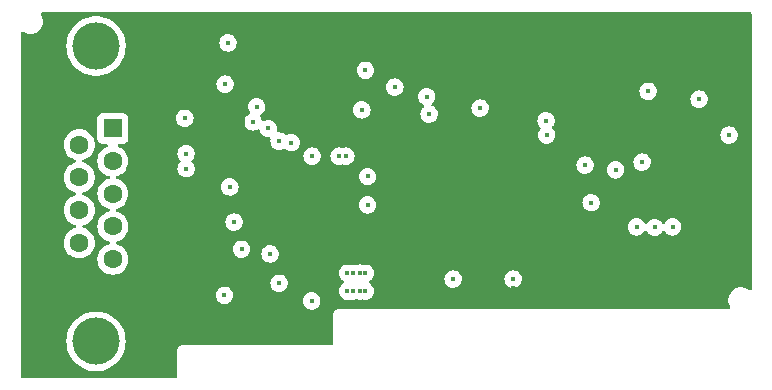
<source format=gbr>
%TF.GenerationSoftware,KiCad,Pcbnew,(6.0.4-0)*%
%TF.CreationDate,2022-03-21T10:12:57+01:00*%
%TF.ProjectId,IrDA_RS232,49724441-5f52-4533-9233-322e6b696361,rev?*%
%TF.SameCoordinates,Original*%
%TF.FileFunction,Copper,L3,Inr*%
%TF.FilePolarity,Positive*%
%FSLAX46Y46*%
G04 Gerber Fmt 4.6, Leading zero omitted, Abs format (unit mm)*
G04 Created by KiCad (PCBNEW (6.0.4-0)) date 2022-03-21 10:12:57*
%MOMM*%
%LPD*%
G01*
G04 APERTURE LIST*
%TA.AperFunction,ComponentPad*%
%ADD10C,4.000000*%
%TD*%
%TA.AperFunction,ComponentPad*%
%ADD11R,1.600000X1.600000*%
%TD*%
%TA.AperFunction,ComponentPad*%
%ADD12C,1.600000*%
%TD*%
%TA.AperFunction,ViaPad*%
%ADD13C,0.450000*%
%TD*%
G04 APERTURE END LIST*
D10*
%TO.N,GND*%
%TO.C,J1*%
X24128931Y-46316400D03*
X24128931Y-71316400D03*
D11*
%TO.N,/RS232_DCD*%
X25548931Y-53276400D03*
D12*
%TO.N,/RS232_RXD*%
X25548931Y-56046400D03*
%TO.N,/RS232_TXD*%
X25548931Y-58816400D03*
%TO.N,/RS232_DTR*%
X25548931Y-61586400D03*
%TO.N,GND*%
X25548931Y-64356400D03*
%TO.N,/RS232_DSR*%
X22708931Y-54661400D03*
%TO.N,/RS232_RTS*%
X22708931Y-57431400D03*
%TO.N,/RS232_CTS*%
X22708931Y-60201400D03*
%TO.N,/RS232_RING*%
X22708931Y-62971400D03*
%TD*%
D13*
%TO.N,GND*%
X31750000Y-56692800D03*
X31750000Y-55422800D03*
X31648400Y-52425600D03*
X72948800Y-61620400D03*
X69900800Y-61620400D03*
X68122800Y-56794400D03*
X70866000Y-50139600D03*
%TO.N,+5V*%
X66395600Y-52120800D03*
%TO.N,/RS232_RING*%
X46634400Y-51714400D03*
%TO.N,+5V*%
X47040800Y-50749200D03*
%TO.N,GND*%
X46939200Y-48361600D03*
X49428400Y-49784000D03*
X52120800Y-50596800D03*
%TO.N,+5V*%
X65278000Y-49987200D03*
%TO.N,/MCP_TX*%
X38709600Y-53289200D03*
X62280800Y-53848000D03*
%TO.N,/MCP_RX*%
X37439600Y-52730400D03*
X62230000Y-52628800D03*
%TO.N,+5V*%
X65661600Y-55247600D03*
X43383200Y-67894200D03*
X50546000Y-65532000D03*
X59436000Y-66802000D03*
X40309800Y-69011800D03*
X49911000Y-65532000D03*
X49453800Y-65532000D03*
X76039500Y-63085500D03*
X49911000Y-67056000D03*
X49453800Y-67056000D03*
X51003200Y-67056000D03*
X50546000Y-67056000D03*
X51003200Y-65532000D03*
X43129200Y-58724800D03*
X43103800Y-46736000D03*
X68709600Y-55247600D03*
X64516000Y-66294000D03*
X75184000Y-51816000D03*
X71534500Y-63085500D03*
X73312500Y-63085500D03*
X69850000Y-63246000D03*
X43383200Y-55626000D03*
X53086000Y-56388000D03*
%TO.N,GND*%
X52324000Y-52070000D03*
X46939200Y-67056000D03*
X42418000Y-55626000D03*
X56642000Y-51562000D03*
X70358000Y-56134000D03*
X46939200Y-65532000D03*
X35052000Y-49530000D03*
X45847000Y-65532000D03*
X47117000Y-59766200D03*
X75184000Y-50800000D03*
X66040000Y-59563000D03*
X46482000Y-65532000D03*
X54356000Y-66040000D03*
X45847000Y-67056000D03*
X46482000Y-67056000D03*
X35458400Y-58242200D03*
X59436000Y-66040000D03*
X35306000Y-46050200D03*
X65532000Y-56388000D03*
X77724000Y-53848000D03*
X45415200Y-67056000D03*
X42392600Y-67894200D03*
X45415200Y-65532000D03*
X71424500Y-61671500D03*
X37719000Y-51435000D03*
X47117000Y-57353200D03*
%TO.N,/RS232_RXD*%
X39624000Y-54356000D03*
%TO.N,/RS232_TXD*%
X40640000Y-54483000D03*
%TO.N,/RS232_DTR*%
X35814000Y-61214000D03*
%TO.N,/RS232_DSR*%
X39624000Y-66395600D03*
X35001200Y-67411600D03*
%TO.N,/MCP_DSR*%
X44704000Y-55626000D03*
X36449000Y-63500000D03*
%TO.N,/MCP_DTR*%
X45280503Y-55626000D03*
X38862000Y-63915000D03*
%TD*%
%TA.AperFunction,Conductor*%
%TO.N,+5V*%
G36*
X79570621Y-43454502D02*
G01*
X79617114Y-43508158D01*
X79628500Y-43560500D01*
X79628500Y-66872175D01*
X79608498Y-66940296D01*
X79554842Y-66986789D01*
X79484568Y-66996893D01*
X79426170Y-66968468D01*
X79424247Y-66970903D01*
X79419538Y-66967184D01*
X79415208Y-66963039D01*
X79305910Y-66892466D01*
X79246394Y-66854037D01*
X79246391Y-66854036D01*
X79241357Y-66850785D01*
X79049416Y-66773430D01*
X79043535Y-66772282D01*
X79043530Y-66772280D01*
X78850756Y-66734634D01*
X78850753Y-66734634D01*
X78846310Y-66733766D01*
X78840871Y-66733500D01*
X78688296Y-66733500D01*
X78533993Y-66748222D01*
X78528239Y-66749910D01*
X78341173Y-66804789D01*
X78341171Y-66804790D01*
X78335420Y-66806477D01*
X78330087Y-66809223D01*
X78330086Y-66809224D01*
X78156775Y-66898484D01*
X78156772Y-66898486D01*
X78151444Y-66901230D01*
X77988706Y-67029063D01*
X77984775Y-67033593D01*
X77984774Y-67033594D01*
X77953191Y-67069990D01*
X77853076Y-67185363D01*
X77749448Y-67364490D01*
X77681562Y-67559981D01*
X77680702Y-67565914D01*
X77680701Y-67565917D01*
X77653534Y-67753292D01*
X77651868Y-67764781D01*
X77661436Y-67971502D01*
X77662840Y-67977327D01*
X77662840Y-67977328D01*
X77704199Y-68148941D01*
X77709921Y-68172685D01*
X77795574Y-68361069D01*
X77799040Y-68365955D01*
X77809429Y-68380601D01*
X77832526Y-68447736D01*
X77815661Y-68516700D01*
X77764189Y-68565599D01*
X77706658Y-68579500D01*
X44712623Y-68579500D01*
X44711853Y-68579498D01*
X44711037Y-68579493D01*
X44634279Y-68579024D01*
X44611918Y-68585415D01*
X44605847Y-68587150D01*
X44589085Y-68590728D01*
X44559813Y-68594920D01*
X44551645Y-68598634D01*
X44551644Y-68598634D01*
X44536438Y-68605548D01*
X44518914Y-68611996D01*
X44494229Y-68619051D01*
X44486635Y-68623843D01*
X44486632Y-68623844D01*
X44469220Y-68634830D01*
X44454137Y-68642969D01*
X44427218Y-68655208D01*
X44420416Y-68661069D01*
X44407765Y-68671970D01*
X44392761Y-68683073D01*
X44371042Y-68696776D01*
X44365103Y-68703501D01*
X44365099Y-68703504D01*
X44351468Y-68718938D01*
X44339276Y-68730982D01*
X44323673Y-68744427D01*
X44323671Y-68744430D01*
X44316873Y-68750287D01*
X44311993Y-68757816D01*
X44311992Y-68757817D01*
X44302906Y-68771835D01*
X44291615Y-68786709D01*
X44280569Y-68799217D01*
X44274622Y-68805951D01*
X44262058Y-68832711D01*
X44253737Y-68847691D01*
X44242529Y-68864983D01*
X44242527Y-68864988D01*
X44237648Y-68872515D01*
X44235078Y-68881108D01*
X44235076Y-68881113D01*
X44230289Y-68897120D01*
X44223628Y-68914564D01*
X44212719Y-68937800D01*
X44211338Y-68946667D01*
X44211338Y-68946668D01*
X44208170Y-68967015D01*
X44204387Y-68983732D01*
X44198485Y-69003466D01*
X44198484Y-69003472D01*
X44195914Y-69012066D01*
X44195859Y-69021037D01*
X44195859Y-69021038D01*
X44195704Y-69046497D01*
X44195671Y-69047289D01*
X44195500Y-69048386D01*
X44195500Y-69079377D01*
X44195498Y-69080147D01*
X44195024Y-69157721D01*
X44195408Y-69159065D01*
X44195500Y-69160410D01*
X44195500Y-71501500D01*
X44175498Y-71569621D01*
X44121842Y-71616114D01*
X44069500Y-71627500D01*
X31504623Y-71627500D01*
X31503853Y-71627498D01*
X31503037Y-71627493D01*
X31426279Y-71627024D01*
X31410898Y-71631420D01*
X31397847Y-71635150D01*
X31381085Y-71638728D01*
X31351813Y-71642920D01*
X31343645Y-71646634D01*
X31343644Y-71646634D01*
X31328438Y-71653548D01*
X31310914Y-71659996D01*
X31286229Y-71667051D01*
X31278635Y-71671843D01*
X31278632Y-71671844D01*
X31261220Y-71682830D01*
X31246137Y-71690969D01*
X31219218Y-71703208D01*
X31212416Y-71709069D01*
X31199765Y-71719970D01*
X31184761Y-71731073D01*
X31163042Y-71744776D01*
X31157103Y-71751501D01*
X31157099Y-71751504D01*
X31143468Y-71766938D01*
X31131276Y-71778982D01*
X31115673Y-71792427D01*
X31115671Y-71792430D01*
X31108873Y-71798287D01*
X31103993Y-71805816D01*
X31103992Y-71805817D01*
X31094906Y-71819835D01*
X31083615Y-71834709D01*
X31072569Y-71847217D01*
X31066622Y-71853951D01*
X31054058Y-71880711D01*
X31045737Y-71895691D01*
X31034529Y-71912983D01*
X31034527Y-71912988D01*
X31029648Y-71920515D01*
X31027078Y-71929108D01*
X31027076Y-71929113D01*
X31022289Y-71945120D01*
X31015628Y-71962564D01*
X31004719Y-71985800D01*
X31003338Y-71994667D01*
X31003338Y-71994668D01*
X31000170Y-72015015D01*
X30996387Y-72031732D01*
X30990485Y-72051466D01*
X30990484Y-72051472D01*
X30987914Y-72060066D01*
X30987859Y-72069037D01*
X30987859Y-72069038D01*
X30987704Y-72094497D01*
X30987671Y-72095289D01*
X30987500Y-72096386D01*
X30987500Y-72127377D01*
X30987498Y-72128147D01*
X30987024Y-72205721D01*
X30987408Y-72207065D01*
X30987500Y-72208410D01*
X30987500Y-74295500D01*
X30967498Y-74363621D01*
X30913842Y-74410114D01*
X30861500Y-74421500D01*
X17906500Y-74421500D01*
X17838379Y-74401498D01*
X17791886Y-74347842D01*
X17780500Y-74295500D01*
X17780500Y-71316400D01*
X21615471Y-71316400D01*
X21635290Y-71631420D01*
X21694436Y-71941472D01*
X21791975Y-72241666D01*
X21793662Y-72245252D01*
X21793664Y-72245256D01*
X21924681Y-72523683D01*
X21924685Y-72523690D01*
X21926369Y-72527269D01*
X22095499Y-72793775D01*
X22296698Y-73036982D01*
X22526791Y-73253054D01*
X22782152Y-73438584D01*
X23058752Y-73590647D01*
X23062421Y-73592100D01*
X23062426Y-73592102D01*
X23348559Y-73705390D01*
X23352229Y-73706843D01*
X23657956Y-73785340D01*
X23971110Y-73824900D01*
X24286752Y-73824900D01*
X24599906Y-73785340D01*
X24905633Y-73706843D01*
X24909303Y-73705390D01*
X25195436Y-73592102D01*
X25195441Y-73592100D01*
X25199110Y-73590647D01*
X25475710Y-73438584D01*
X25731071Y-73253054D01*
X25961164Y-73036982D01*
X26162363Y-72793775D01*
X26331493Y-72527269D01*
X26333177Y-72523690D01*
X26333181Y-72523683D01*
X26464198Y-72245256D01*
X26464200Y-72245252D01*
X26465887Y-72241666D01*
X26563426Y-71941472D01*
X26622572Y-71631420D01*
X26642391Y-71316400D01*
X26622572Y-71001380D01*
X26563426Y-70691328D01*
X26465887Y-70391134D01*
X26464198Y-70387544D01*
X26333181Y-70109117D01*
X26333177Y-70109110D01*
X26331493Y-70105531D01*
X26162363Y-69839025D01*
X25961164Y-69595818D01*
X25731071Y-69379746D01*
X25475710Y-69194216D01*
X25414218Y-69160410D01*
X25202579Y-69044060D01*
X25202578Y-69044059D01*
X25199110Y-69042153D01*
X25195441Y-69040700D01*
X25195436Y-69040698D01*
X24909303Y-68927410D01*
X24909302Y-68927410D01*
X24905633Y-68925957D01*
X24599906Y-68847460D01*
X24286752Y-68807900D01*
X23971110Y-68807900D01*
X23657956Y-68847460D01*
X23352229Y-68925957D01*
X23348560Y-68927410D01*
X23348559Y-68927410D01*
X23062426Y-69040698D01*
X23062421Y-69040700D01*
X23058752Y-69042153D01*
X23055284Y-69044059D01*
X23055283Y-69044060D01*
X22843645Y-69160410D01*
X22782152Y-69194216D01*
X22526791Y-69379746D01*
X22296698Y-69595818D01*
X22095499Y-69839025D01*
X21926369Y-70105531D01*
X21924685Y-70109110D01*
X21924681Y-70109117D01*
X21793664Y-70387544D01*
X21791975Y-70391134D01*
X21694436Y-70691328D01*
X21635290Y-71001380D01*
X21615471Y-71316400D01*
X17780500Y-71316400D01*
X17780500Y-67401294D01*
X34263131Y-67401294D01*
X34279189Y-67565068D01*
X34331132Y-67721215D01*
X34343970Y-67742413D01*
X34374814Y-67793341D01*
X34416379Y-67861973D01*
X34530691Y-67980347D01*
X34668389Y-68070454D01*
X34822628Y-68127815D01*
X34829609Y-68128746D01*
X34829611Y-68128747D01*
X34978761Y-68148648D01*
X34978765Y-68148648D01*
X34985742Y-68149579D01*
X34992753Y-68148941D01*
X34992757Y-68148941D01*
X35142603Y-68135304D01*
X35142604Y-68135304D01*
X35149624Y-68134665D01*
X35178262Y-68125360D01*
X35299430Y-68085990D01*
X35299433Y-68085989D01*
X35306129Y-68083813D01*
X35447479Y-67999551D01*
X35566649Y-67886068D01*
X35568094Y-67883894D01*
X41654531Y-67883894D01*
X41670589Y-68047668D01*
X41722532Y-68203815D01*
X41807779Y-68344573D01*
X41922091Y-68462947D01*
X42059789Y-68553054D01*
X42214028Y-68610415D01*
X42221009Y-68611346D01*
X42221011Y-68611347D01*
X42370161Y-68631248D01*
X42370165Y-68631248D01*
X42377142Y-68632179D01*
X42384153Y-68631541D01*
X42384157Y-68631541D01*
X42534003Y-68617904D01*
X42534004Y-68617904D01*
X42541024Y-68617265D01*
X42598364Y-68598634D01*
X42690830Y-68568590D01*
X42690833Y-68568589D01*
X42697529Y-68566413D01*
X42838879Y-68482151D01*
X42958049Y-68368668D01*
X42974058Y-68344573D01*
X43045214Y-68237475D01*
X43045215Y-68237473D01*
X43049115Y-68231603D01*
X43107551Y-68077768D01*
X43120700Y-67984205D01*
X43129902Y-67918734D01*
X43129903Y-67918727D01*
X43130453Y-67914810D01*
X43130741Y-67894200D01*
X43112398Y-67730666D01*
X43106598Y-67714009D01*
X43060598Y-67581917D01*
X43058280Y-67575260D01*
X43051912Y-67565068D01*
X42974809Y-67441679D01*
X42971076Y-67435705D01*
X42905985Y-67370158D01*
X42860086Y-67323937D01*
X42860082Y-67323934D01*
X42855122Y-67318939D01*
X42716180Y-67230763D01*
X42618807Y-67196090D01*
X42567789Y-67177923D01*
X42567787Y-67177922D01*
X42561155Y-67175561D01*
X42554169Y-67174728D01*
X42554165Y-67174727D01*
X42439671Y-67161075D01*
X42397753Y-67156077D01*
X42390750Y-67156813D01*
X42390749Y-67156813D01*
X42347535Y-67161355D01*
X42234095Y-67173278D01*
X42227427Y-67175548D01*
X42084982Y-67224040D01*
X42084979Y-67224041D01*
X42078315Y-67226310D01*
X41938155Y-67312537D01*
X41926514Y-67323937D01*
X41841017Y-67407662D01*
X41820582Y-67427673D01*
X41731438Y-67565997D01*
X41729027Y-67572620D01*
X41729026Y-67572623D01*
X41677566Y-67714009D01*
X41677565Y-67714014D01*
X41675156Y-67720632D01*
X41654531Y-67883894D01*
X35568094Y-67883894D01*
X35570550Y-67880197D01*
X35653814Y-67754875D01*
X35653815Y-67754873D01*
X35657715Y-67749003D01*
X35716151Y-67595168D01*
X35729477Y-67500350D01*
X35738502Y-67436134D01*
X35738503Y-67436127D01*
X35739053Y-67432210D01*
X35739341Y-67411600D01*
X35720998Y-67248066D01*
X35715198Y-67231409D01*
X35694698Y-67172542D01*
X35666880Y-67092660D01*
X35641915Y-67052707D01*
X35583409Y-66959079D01*
X35579676Y-66953105D01*
X35512851Y-66885812D01*
X35468686Y-66841337D01*
X35468682Y-66841334D01*
X35463722Y-66836339D01*
X35324780Y-66748163D01*
X35223821Y-66712213D01*
X35176389Y-66695323D01*
X35176387Y-66695322D01*
X35169755Y-66692961D01*
X35162769Y-66692128D01*
X35162765Y-66692127D01*
X35048271Y-66678475D01*
X35006353Y-66673477D01*
X34999350Y-66674213D01*
X34999349Y-66674213D01*
X34956135Y-66678755D01*
X34842695Y-66690678D01*
X34836027Y-66692948D01*
X34693582Y-66741440D01*
X34693579Y-66741441D01*
X34686915Y-66743710D01*
X34640475Y-66772280D01*
X34580424Y-66809224D01*
X34546755Y-66829937D01*
X34429182Y-66945073D01*
X34340038Y-67083397D01*
X34337627Y-67090020D01*
X34337626Y-67090023D01*
X34286166Y-67231409D01*
X34286165Y-67231414D01*
X34283756Y-67238032D01*
X34263131Y-67401294D01*
X17780500Y-67401294D01*
X17780500Y-66385294D01*
X38885931Y-66385294D01*
X38901989Y-66549068D01*
X38953932Y-66705215D01*
X38957581Y-66711240D01*
X39031059Y-66832565D01*
X39039179Y-66845973D01*
X39153491Y-66964347D01*
X39291189Y-67054454D01*
X39445428Y-67111815D01*
X39452409Y-67112746D01*
X39452411Y-67112747D01*
X39601561Y-67132648D01*
X39601565Y-67132648D01*
X39608542Y-67133579D01*
X39615553Y-67132941D01*
X39615557Y-67132941D01*
X39765403Y-67119304D01*
X39765404Y-67119304D01*
X39772424Y-67118665D01*
X39801062Y-67109360D01*
X39922230Y-67069990D01*
X39922233Y-67069989D01*
X39928929Y-67067813D01*
X39966034Y-67045694D01*
X44677131Y-67045694D01*
X44693189Y-67209468D01*
X44745132Y-67365615D01*
X44748781Y-67371640D01*
X44784554Y-67430707D01*
X44830379Y-67506373D01*
X44944691Y-67624747D01*
X45082389Y-67714854D01*
X45236628Y-67772215D01*
X45243609Y-67773146D01*
X45243611Y-67773147D01*
X45392761Y-67793048D01*
X45392765Y-67793048D01*
X45399742Y-67793979D01*
X45406753Y-67793341D01*
X45406757Y-67793341D01*
X45556606Y-67779704D01*
X45556609Y-67779703D01*
X45563624Y-67779065D01*
X45570327Y-67776887D01*
X45588105Y-67771111D01*
X45657523Y-67768687D01*
X45661828Y-67769760D01*
X45668428Y-67772215D01*
X45675407Y-67773146D01*
X45675410Y-67773147D01*
X45824561Y-67793048D01*
X45824565Y-67793048D01*
X45831542Y-67793979D01*
X45838553Y-67793341D01*
X45838557Y-67793341D01*
X45988403Y-67779704D01*
X45988404Y-67779704D01*
X45995424Y-67779065D01*
X46127908Y-67736018D01*
X46198874Y-67733990D01*
X46210763Y-67737754D01*
X46296820Y-67769758D01*
X46296824Y-67769759D01*
X46303428Y-67772215D01*
X46310409Y-67773146D01*
X46310411Y-67773147D01*
X46459561Y-67793048D01*
X46459565Y-67793048D01*
X46466542Y-67793979D01*
X46473553Y-67793341D01*
X46473557Y-67793341D01*
X46623403Y-67779704D01*
X46623404Y-67779704D01*
X46630424Y-67779065D01*
X46668015Y-67766851D01*
X46738981Y-67764823D01*
X46750870Y-67768587D01*
X46754020Y-67769758D01*
X46754024Y-67769759D01*
X46760628Y-67772215D01*
X46767609Y-67773146D01*
X46767611Y-67773147D01*
X46916761Y-67793048D01*
X46916765Y-67793048D01*
X46923742Y-67793979D01*
X46930753Y-67793341D01*
X46930757Y-67793341D01*
X47080603Y-67779704D01*
X47080604Y-67779704D01*
X47087624Y-67779065D01*
X47119872Y-67768587D01*
X47237430Y-67730390D01*
X47237433Y-67730389D01*
X47244129Y-67728213D01*
X47385479Y-67643951D01*
X47504649Y-67530468D01*
X47520658Y-67506373D01*
X47591814Y-67399275D01*
X47591815Y-67399273D01*
X47595715Y-67393403D01*
X47654151Y-67239568D01*
X47662815Y-67177923D01*
X47676502Y-67080534D01*
X47676503Y-67080527D01*
X47677053Y-67076610D01*
X47677341Y-67056000D01*
X47658998Y-66892466D01*
X47653198Y-66875809D01*
X47630010Y-66809224D01*
X47604880Y-66737060D01*
X47517676Y-66597505D01*
X47440042Y-66519327D01*
X47406686Y-66485737D01*
X47406682Y-66485734D01*
X47401722Y-66480739D01*
X47395773Y-66476964D01*
X47395771Y-66476962D01*
X47293800Y-66412249D01*
X47273635Y-66399452D01*
X47226836Y-66346063D01*
X47216331Y-66275848D01*
X47245455Y-66211100D01*
X47276631Y-66184838D01*
X47379433Y-66123555D01*
X47385479Y-66119951D01*
X47480259Y-66029694D01*
X53617931Y-66029694D01*
X53633989Y-66193468D01*
X53685932Y-66349615D01*
X53689581Y-66355640D01*
X53711943Y-66392563D01*
X53771179Y-66490373D01*
X53885491Y-66608747D01*
X54023189Y-66698854D01*
X54177428Y-66756215D01*
X54184409Y-66757146D01*
X54184411Y-66757147D01*
X54333561Y-66777048D01*
X54333565Y-66777048D01*
X54340542Y-66777979D01*
X54347553Y-66777341D01*
X54347557Y-66777341D01*
X54497403Y-66763704D01*
X54497404Y-66763704D01*
X54504424Y-66763065D01*
X54551860Y-66747652D01*
X54654230Y-66714390D01*
X54654233Y-66714389D01*
X54660929Y-66712213D01*
X54802279Y-66627951D01*
X54921449Y-66514468D01*
X54940538Y-66485737D01*
X55008614Y-66383275D01*
X55008615Y-66383273D01*
X55012515Y-66377403D01*
X55070951Y-66223568D01*
X55088212Y-66100747D01*
X55093302Y-66064534D01*
X55093303Y-66064527D01*
X55093853Y-66060610D01*
X55094141Y-66040000D01*
X55092985Y-66029694D01*
X58697931Y-66029694D01*
X58713989Y-66193468D01*
X58765932Y-66349615D01*
X58769581Y-66355640D01*
X58791943Y-66392563D01*
X58851179Y-66490373D01*
X58965491Y-66608747D01*
X59103189Y-66698854D01*
X59257428Y-66756215D01*
X59264409Y-66757146D01*
X59264411Y-66757147D01*
X59413561Y-66777048D01*
X59413565Y-66777048D01*
X59420542Y-66777979D01*
X59427553Y-66777341D01*
X59427557Y-66777341D01*
X59577403Y-66763704D01*
X59577404Y-66763704D01*
X59584424Y-66763065D01*
X59631860Y-66747652D01*
X59734230Y-66714390D01*
X59734233Y-66714389D01*
X59740929Y-66712213D01*
X59882279Y-66627951D01*
X60001449Y-66514468D01*
X60020538Y-66485737D01*
X60088614Y-66383275D01*
X60088615Y-66383273D01*
X60092515Y-66377403D01*
X60150951Y-66223568D01*
X60168212Y-66100747D01*
X60173302Y-66064534D01*
X60173303Y-66064527D01*
X60173853Y-66060610D01*
X60174141Y-66040000D01*
X60155798Y-65876466D01*
X60153339Y-65869403D01*
X60103998Y-65727717D01*
X60101680Y-65721060D01*
X60014476Y-65581505D01*
X59924368Y-65490766D01*
X59903486Y-65469737D01*
X59903482Y-65469734D01*
X59898522Y-65464739D01*
X59759580Y-65376563D01*
X59690063Y-65351809D01*
X59611189Y-65323723D01*
X59611187Y-65323722D01*
X59604555Y-65321361D01*
X59597569Y-65320528D01*
X59597565Y-65320527D01*
X59483071Y-65306875D01*
X59441153Y-65301877D01*
X59434150Y-65302613D01*
X59434149Y-65302613D01*
X59390935Y-65307155D01*
X59277495Y-65319078D01*
X59270827Y-65321348D01*
X59128382Y-65369840D01*
X59128379Y-65369841D01*
X59121715Y-65372110D01*
X58981555Y-65458337D01*
X58969914Y-65469737D01*
X58881280Y-65556534D01*
X58863982Y-65573473D01*
X58774838Y-65711797D01*
X58772427Y-65718420D01*
X58772426Y-65718423D01*
X58720966Y-65859809D01*
X58720965Y-65859814D01*
X58718556Y-65866432D01*
X58697931Y-66029694D01*
X55092985Y-66029694D01*
X55075798Y-65876466D01*
X55073339Y-65869403D01*
X55023998Y-65727717D01*
X55021680Y-65721060D01*
X54934476Y-65581505D01*
X54844368Y-65490766D01*
X54823486Y-65469737D01*
X54823482Y-65469734D01*
X54818522Y-65464739D01*
X54679580Y-65376563D01*
X54610063Y-65351809D01*
X54531189Y-65323723D01*
X54531187Y-65323722D01*
X54524555Y-65321361D01*
X54517569Y-65320528D01*
X54517565Y-65320527D01*
X54403071Y-65306875D01*
X54361153Y-65301877D01*
X54354150Y-65302613D01*
X54354149Y-65302613D01*
X54310935Y-65307155D01*
X54197495Y-65319078D01*
X54190827Y-65321348D01*
X54048382Y-65369840D01*
X54048379Y-65369841D01*
X54041715Y-65372110D01*
X53901555Y-65458337D01*
X53889914Y-65469737D01*
X53801280Y-65556534D01*
X53783982Y-65573473D01*
X53694838Y-65711797D01*
X53692427Y-65718420D01*
X53692426Y-65718423D01*
X53640966Y-65859809D01*
X53640965Y-65859814D01*
X53638556Y-65866432D01*
X53617931Y-66029694D01*
X47480259Y-66029694D01*
X47504649Y-66006468D01*
X47520658Y-65982373D01*
X47591814Y-65875275D01*
X47591815Y-65875273D01*
X47595715Y-65869403D01*
X47654151Y-65715568D01*
X47674121Y-65573473D01*
X47676502Y-65556534D01*
X47676503Y-65556527D01*
X47677053Y-65552610D01*
X47677341Y-65532000D01*
X47658998Y-65368466D01*
X47655598Y-65358701D01*
X47607198Y-65219717D01*
X47604880Y-65213060D01*
X47517676Y-65073505D01*
X47452787Y-65008162D01*
X47406686Y-64961737D01*
X47406682Y-64961734D01*
X47401722Y-64956739D01*
X47262780Y-64868563D01*
X47213647Y-64851068D01*
X47114389Y-64815723D01*
X47114387Y-64815722D01*
X47107755Y-64813361D01*
X47100769Y-64812528D01*
X47100765Y-64812527D01*
X46986271Y-64798875D01*
X46944353Y-64793877D01*
X46937350Y-64794613D01*
X46937349Y-64794613D01*
X46787703Y-64810341D01*
X46787699Y-64810342D01*
X46780695Y-64811078D01*
X46752421Y-64820703D01*
X46681490Y-64823721D01*
X46669551Y-64820125D01*
X46657186Y-64815722D01*
X46657185Y-64815722D01*
X46650555Y-64813361D01*
X46487153Y-64793877D01*
X46480150Y-64794613D01*
X46480149Y-64794613D01*
X46436935Y-64799155D01*
X46323495Y-64811078D01*
X46316824Y-64813349D01*
X46204322Y-64851647D01*
X46133390Y-64854665D01*
X46121451Y-64851068D01*
X46022193Y-64815724D01*
X46022187Y-64815723D01*
X46015555Y-64813361D01*
X46008569Y-64812528D01*
X46008565Y-64812527D01*
X45894071Y-64798875D01*
X45852153Y-64793877D01*
X45845150Y-64794613D01*
X45845149Y-64794613D01*
X45801935Y-64799155D01*
X45688495Y-64811078D01*
X45681832Y-64813346D01*
X45681829Y-64813347D01*
X45678544Y-64814466D01*
X45673208Y-64816282D01*
X45602278Y-64819302D01*
X45590438Y-64815735D01*
X45590391Y-64815724D01*
X45583755Y-64813361D01*
X45576769Y-64812528D01*
X45576765Y-64812527D01*
X45462271Y-64798875D01*
X45420353Y-64793877D01*
X45413350Y-64794613D01*
X45413349Y-64794613D01*
X45370135Y-64799155D01*
X45256695Y-64811078D01*
X45250027Y-64813348D01*
X45107582Y-64861840D01*
X45107579Y-64861841D01*
X45100915Y-64864110D01*
X44960755Y-64950337D01*
X44949114Y-64961737D01*
X44896614Y-65013149D01*
X44843182Y-65065473D01*
X44754038Y-65203797D01*
X44751627Y-65210420D01*
X44751626Y-65210423D01*
X44700166Y-65351809D01*
X44700165Y-65351814D01*
X44697756Y-65358432D01*
X44677131Y-65521694D01*
X44693189Y-65685468D01*
X44745132Y-65841615D01*
X44830379Y-65982373D01*
X44835270Y-65987438D01*
X44835271Y-65987439D01*
X44889855Y-66043962D01*
X44944691Y-66100747D01*
X44950583Y-66104602D01*
X44950587Y-66104606D01*
X45080602Y-66189685D01*
X45126651Y-66243722D01*
X45136174Y-66314077D01*
X45106149Y-66378412D01*
X45077634Y-66402433D01*
X44960755Y-66474337D01*
X44843182Y-66589473D01*
X44754038Y-66727797D01*
X44751627Y-66734420D01*
X44751626Y-66734423D01*
X44700166Y-66875809D01*
X44700165Y-66875814D01*
X44697756Y-66882432D01*
X44677131Y-67045694D01*
X39966034Y-67045694D01*
X40070279Y-66983551D01*
X40189449Y-66870068D01*
X40202261Y-66850785D01*
X40276614Y-66738875D01*
X40276615Y-66738873D01*
X40280515Y-66733003D01*
X40338951Y-66579168D01*
X40361853Y-66416210D01*
X40361995Y-66406030D01*
X40362086Y-66399562D01*
X40362086Y-66399556D01*
X40362141Y-66395600D01*
X40343798Y-66232066D01*
X40337998Y-66215409D01*
X40319709Y-66162892D01*
X40289680Y-66076660D01*
X40264715Y-66036707D01*
X40206209Y-65943079D01*
X40202476Y-65937105D01*
X40135245Y-65869403D01*
X40091486Y-65825337D01*
X40091482Y-65825334D01*
X40086522Y-65820339D01*
X39947580Y-65732163D01*
X39873741Y-65705870D01*
X39799189Y-65679323D01*
X39799187Y-65679322D01*
X39792555Y-65676961D01*
X39785569Y-65676128D01*
X39785565Y-65676127D01*
X39671071Y-65662475D01*
X39629153Y-65657477D01*
X39622150Y-65658213D01*
X39622149Y-65658213D01*
X39578935Y-65662755D01*
X39465495Y-65674678D01*
X39458827Y-65676948D01*
X39316382Y-65725440D01*
X39316379Y-65725441D01*
X39309715Y-65727710D01*
X39169555Y-65813937D01*
X39051982Y-65929073D01*
X38962838Y-66067397D01*
X38960427Y-66074020D01*
X38960426Y-66074023D01*
X38908966Y-66215409D01*
X38908965Y-66215414D01*
X38906556Y-66222032D01*
X38885931Y-66385294D01*
X17780500Y-66385294D01*
X17780500Y-64356400D01*
X24235433Y-64356400D01*
X24255388Y-64584487D01*
X24256812Y-64589800D01*
X24256812Y-64589802D01*
X24273741Y-64652979D01*
X24314647Y-64805643D01*
X24316970Y-64810624D01*
X24316970Y-64810625D01*
X24409082Y-65008162D01*
X24409085Y-65008167D01*
X24411408Y-65013149D01*
X24542733Y-65200700D01*
X24704631Y-65362598D01*
X24709139Y-65365755D01*
X24709142Y-65365757D01*
X24724575Y-65376563D01*
X24892182Y-65493923D01*
X24897164Y-65496246D01*
X24897169Y-65496249D01*
X25080003Y-65581505D01*
X25099688Y-65590684D01*
X25104996Y-65592106D01*
X25104998Y-65592107D01*
X25315529Y-65648519D01*
X25315531Y-65648519D01*
X25320844Y-65649943D01*
X25548931Y-65669898D01*
X25777018Y-65649943D01*
X25782331Y-65648519D01*
X25782333Y-65648519D01*
X25992864Y-65592107D01*
X25992866Y-65592106D01*
X25998174Y-65590684D01*
X26017859Y-65581505D01*
X26200693Y-65496249D01*
X26200698Y-65496246D01*
X26205680Y-65493923D01*
X26373287Y-65376563D01*
X26388720Y-65365757D01*
X26388723Y-65365755D01*
X26393231Y-65362598D01*
X26555129Y-65200700D01*
X26686454Y-65013149D01*
X26688777Y-65008167D01*
X26688780Y-65008162D01*
X26780892Y-64810625D01*
X26780892Y-64810624D01*
X26783215Y-64805643D01*
X26824122Y-64652979D01*
X26841050Y-64589802D01*
X26841050Y-64589800D01*
X26842474Y-64584487D01*
X26862429Y-64356400D01*
X26842474Y-64128313D01*
X26837902Y-64111249D01*
X26784638Y-63912467D01*
X26784637Y-63912465D01*
X26783215Y-63907157D01*
X26753427Y-63843275D01*
X26688780Y-63704638D01*
X26688777Y-63704633D01*
X26686454Y-63699651D01*
X26603282Y-63580870D01*
X26558288Y-63516611D01*
X26558286Y-63516608D01*
X26555129Y-63512100D01*
X26532723Y-63489694D01*
X35710931Y-63489694D01*
X35726989Y-63653468D01*
X35778932Y-63809615D01*
X35782581Y-63815640D01*
X35857615Y-63939534D01*
X35864179Y-63950373D01*
X35869070Y-63955438D01*
X35869071Y-63955439D01*
X35887447Y-63974468D01*
X35978491Y-64068747D01*
X36116189Y-64158854D01*
X36270428Y-64216215D01*
X36277409Y-64217146D01*
X36277411Y-64217147D01*
X36426561Y-64237048D01*
X36426565Y-64237048D01*
X36433542Y-64237979D01*
X36440553Y-64237341D01*
X36440557Y-64237341D01*
X36590403Y-64223704D01*
X36590404Y-64223704D01*
X36597424Y-64223065D01*
X36658066Y-64203361D01*
X36747230Y-64174390D01*
X36747233Y-64174389D01*
X36753929Y-64172213D01*
X36895279Y-64087951D01*
X37014449Y-63974468D01*
X37030458Y-63950373D01*
X37060807Y-63904694D01*
X38123931Y-63904694D01*
X38139989Y-64068468D01*
X38191932Y-64224615D01*
X38195581Y-64230640D01*
X38271745Y-64356400D01*
X38277179Y-64365373D01*
X38391491Y-64483747D01*
X38529189Y-64573854D01*
X38683428Y-64631215D01*
X38690409Y-64632146D01*
X38690411Y-64632147D01*
X38839561Y-64652048D01*
X38839565Y-64652048D01*
X38846542Y-64652979D01*
X38853553Y-64652341D01*
X38853557Y-64652341D01*
X39003403Y-64638704D01*
X39003404Y-64638704D01*
X39010424Y-64638065D01*
X39039062Y-64628760D01*
X39160230Y-64589390D01*
X39160233Y-64589389D01*
X39166929Y-64587213D01*
X39308279Y-64502951D01*
X39427449Y-64389468D01*
X39445782Y-64361875D01*
X39514614Y-64258275D01*
X39514615Y-64258273D01*
X39518515Y-64252403D01*
X39576951Y-64098568D01*
X39595217Y-63968597D01*
X39599302Y-63939534D01*
X39599303Y-63939527D01*
X39599853Y-63935610D01*
X39600141Y-63915000D01*
X39581798Y-63751466D01*
X39575998Y-63734809D01*
X39557709Y-63682292D01*
X39527680Y-63596060D01*
X39482986Y-63524534D01*
X39444209Y-63462479D01*
X39440476Y-63456505D01*
X39382499Y-63398122D01*
X39329486Y-63344737D01*
X39329482Y-63344734D01*
X39324522Y-63339739D01*
X39185580Y-63251563D01*
X39102653Y-63222034D01*
X39037189Y-63198723D01*
X39037187Y-63198722D01*
X39030555Y-63196361D01*
X39023569Y-63195528D01*
X39023565Y-63195527D01*
X38909071Y-63181875D01*
X38867153Y-63176877D01*
X38860150Y-63177613D01*
X38860149Y-63177613D01*
X38827354Y-63181060D01*
X38703495Y-63194078D01*
X38696827Y-63196348D01*
X38554382Y-63244840D01*
X38554379Y-63244841D01*
X38547715Y-63247110D01*
X38407555Y-63333337D01*
X38397213Y-63343465D01*
X38313314Y-63425625D01*
X38289982Y-63448473D01*
X38200838Y-63586797D01*
X38198427Y-63593420D01*
X38198426Y-63593423D01*
X38146966Y-63734809D01*
X38146965Y-63734814D01*
X38144556Y-63741432D01*
X38123931Y-63904694D01*
X37060807Y-63904694D01*
X37101614Y-63843275D01*
X37101615Y-63843273D01*
X37105515Y-63837403D01*
X37163951Y-63683568D01*
X37186853Y-63520610D01*
X37187141Y-63500000D01*
X37168798Y-63336466D01*
X37162998Y-63319809D01*
X37137681Y-63247110D01*
X37114680Y-63181060D01*
X37027476Y-63041505D01*
X36969499Y-62983122D01*
X36916486Y-62929737D01*
X36916482Y-62929734D01*
X36911522Y-62924739D01*
X36772580Y-62836563D01*
X36721463Y-62818361D01*
X36624189Y-62783723D01*
X36624187Y-62783722D01*
X36617555Y-62781361D01*
X36610569Y-62780528D01*
X36610565Y-62780527D01*
X36496071Y-62766875D01*
X36454153Y-62761877D01*
X36447150Y-62762613D01*
X36447149Y-62762613D01*
X36403935Y-62767155D01*
X36290495Y-62779078D01*
X36283827Y-62781348D01*
X36141382Y-62829840D01*
X36141379Y-62829841D01*
X36134715Y-62832110D01*
X35994555Y-62918337D01*
X35876982Y-63033473D01*
X35787838Y-63171797D01*
X35785427Y-63178420D01*
X35785426Y-63178423D01*
X35733966Y-63319809D01*
X35733965Y-63319814D01*
X35731556Y-63326432D01*
X35710931Y-63489694D01*
X26532723Y-63489694D01*
X26393231Y-63350202D01*
X26388723Y-63347045D01*
X26388720Y-63347043D01*
X26251272Y-63250801D01*
X26205680Y-63218877D01*
X26200698Y-63216554D01*
X26200693Y-63216551D01*
X26003156Y-63124439D01*
X26003155Y-63124439D01*
X25998174Y-63122116D01*
X25992866Y-63120694D01*
X25992864Y-63120693D01*
X25889912Y-63093107D01*
X25829289Y-63056155D01*
X25798268Y-62992294D01*
X25806696Y-62921800D01*
X25851899Y-62867053D01*
X25889912Y-62849693D01*
X25992864Y-62822107D01*
X25992866Y-62822106D01*
X25998174Y-62820684D01*
X26077438Y-62783723D01*
X26200693Y-62726249D01*
X26200698Y-62726246D01*
X26205680Y-62723923D01*
X26310542Y-62650498D01*
X26388720Y-62595757D01*
X26388723Y-62595755D01*
X26393231Y-62592598D01*
X26555129Y-62430700D01*
X26686454Y-62243149D01*
X26688777Y-62238167D01*
X26688780Y-62238162D01*
X26780892Y-62040625D01*
X26780892Y-62040624D01*
X26783215Y-62035643D01*
X26793711Y-61996474D01*
X26841050Y-61819802D01*
X26841050Y-61819800D01*
X26842474Y-61814487D01*
X26862429Y-61586400D01*
X26842474Y-61358313D01*
X26841025Y-61352905D01*
X26801044Y-61203694D01*
X35075931Y-61203694D01*
X35091989Y-61367468D01*
X35143932Y-61523615D01*
X35147581Y-61529640D01*
X35215030Y-61641010D01*
X35229179Y-61664373D01*
X35343491Y-61782747D01*
X35481189Y-61872854D01*
X35635428Y-61930215D01*
X35642409Y-61931146D01*
X35642411Y-61931147D01*
X35791561Y-61951048D01*
X35791565Y-61951048D01*
X35798542Y-61951979D01*
X35805553Y-61951341D01*
X35805557Y-61951341D01*
X35955403Y-61937704D01*
X35955404Y-61937704D01*
X35962424Y-61937065D01*
X36004699Y-61923329D01*
X36112230Y-61888390D01*
X36112233Y-61888389D01*
X36118929Y-61886213D01*
X36260279Y-61801951D01*
X36379449Y-61688468D01*
X36397570Y-61661194D01*
X36431521Y-61610094D01*
X69162731Y-61610094D01*
X69178789Y-61773868D01*
X69230732Y-61930015D01*
X69234381Y-61936040D01*
X69297721Y-62040625D01*
X69315979Y-62070773D01*
X69320870Y-62075838D01*
X69320871Y-62075839D01*
X69366610Y-62123203D01*
X69430291Y-62189147D01*
X69567989Y-62279254D01*
X69722228Y-62336615D01*
X69729209Y-62337546D01*
X69729211Y-62337547D01*
X69878361Y-62357448D01*
X69878365Y-62357448D01*
X69885342Y-62358379D01*
X69892353Y-62357741D01*
X69892357Y-62357741D01*
X70042203Y-62344104D01*
X70042204Y-62344104D01*
X70049224Y-62343465D01*
X70077862Y-62334160D01*
X70199030Y-62294790D01*
X70199033Y-62294789D01*
X70205729Y-62292613D01*
X70347079Y-62208351D01*
X70466249Y-62094868D01*
X70543177Y-61979082D01*
X70597534Y-61933413D01*
X70667953Y-61924381D01*
X70732077Y-61954855D01*
X70755900Y-61983539D01*
X70826267Y-62099727D01*
X70839679Y-62121873D01*
X70844570Y-62126938D01*
X70844571Y-62126939D01*
X70849083Y-62131611D01*
X70953991Y-62240247D01*
X71091689Y-62330354D01*
X71245928Y-62387715D01*
X71252909Y-62388646D01*
X71252911Y-62388647D01*
X71402061Y-62408548D01*
X71402065Y-62408548D01*
X71409042Y-62409479D01*
X71416053Y-62408841D01*
X71416057Y-62408841D01*
X71565903Y-62395204D01*
X71565904Y-62395204D01*
X71572924Y-62394565D01*
X71601562Y-62385260D01*
X71722730Y-62345890D01*
X71722733Y-62345889D01*
X71729429Y-62343713D01*
X71870779Y-62259451D01*
X71989949Y-62145968D01*
X72005958Y-62121873D01*
X72077114Y-62014775D01*
X72077115Y-62014773D01*
X72081015Y-62008903D01*
X72083516Y-62002318D01*
X72083519Y-62002313D01*
X72083907Y-62001290D01*
X72084332Y-62000729D01*
X72086736Y-61996052D01*
X72087558Y-61996474D01*
X72126798Y-61944714D01*
X72193468Y-61920308D01*
X72262749Y-61935820D01*
X72309469Y-61980767D01*
X72321558Y-62000729D01*
X72345721Y-62040625D01*
X72363979Y-62070773D01*
X72368870Y-62075838D01*
X72368871Y-62075839D01*
X72414610Y-62123203D01*
X72478291Y-62189147D01*
X72615989Y-62279254D01*
X72770228Y-62336615D01*
X72777209Y-62337546D01*
X72777211Y-62337547D01*
X72926361Y-62357448D01*
X72926365Y-62357448D01*
X72933342Y-62358379D01*
X72940353Y-62357741D01*
X72940357Y-62357741D01*
X73090203Y-62344104D01*
X73090204Y-62344104D01*
X73097224Y-62343465D01*
X73125862Y-62334160D01*
X73247030Y-62294790D01*
X73247033Y-62294789D01*
X73253729Y-62292613D01*
X73395079Y-62208351D01*
X73514249Y-62094868D01*
X73530258Y-62070773D01*
X73601414Y-61963675D01*
X73601415Y-61963673D01*
X73605315Y-61957803D01*
X73663751Y-61803968D01*
X73677223Y-61708107D01*
X73686102Y-61644934D01*
X73686103Y-61644927D01*
X73686653Y-61641010D01*
X73686941Y-61620400D01*
X73668598Y-61456866D01*
X73662798Y-61440209D01*
X73638589Y-61370692D01*
X73614480Y-61301460D01*
X73562305Y-61217962D01*
X73531009Y-61167879D01*
X73527276Y-61161905D01*
X73452043Y-61086145D01*
X73416286Y-61050137D01*
X73416282Y-61050134D01*
X73411322Y-61045139D01*
X73272380Y-60956963D01*
X73183019Y-60925143D01*
X73123989Y-60904123D01*
X73123987Y-60904122D01*
X73117355Y-60901761D01*
X73110369Y-60900928D01*
X73110365Y-60900927D01*
X72983473Y-60885797D01*
X72953953Y-60882277D01*
X72946950Y-60883013D01*
X72946949Y-60883013D01*
X72920462Y-60885797D01*
X72790295Y-60899478D01*
X72783627Y-60901748D01*
X72641182Y-60950240D01*
X72641179Y-60950241D01*
X72634515Y-60952510D01*
X72494355Y-61038737D01*
X72376782Y-61153873D01*
X72287638Y-61292197D01*
X72285227Y-61298820D01*
X72284254Y-61300781D01*
X72236049Y-61352905D01*
X72167317Y-61370692D01*
X72099879Y-61348496D01*
X72064540Y-61311528D01*
X72006709Y-61218979D01*
X72002976Y-61213005D01*
X71944255Y-61153873D01*
X71891986Y-61101237D01*
X71891982Y-61101234D01*
X71887022Y-61096239D01*
X71748080Y-61008063D01*
X71604575Y-60956963D01*
X71599689Y-60955223D01*
X71599687Y-60955222D01*
X71593055Y-60952861D01*
X71586069Y-60952028D01*
X71586065Y-60952027D01*
X71471571Y-60938375D01*
X71429653Y-60933377D01*
X71422650Y-60934113D01*
X71422649Y-60934113D01*
X71379435Y-60938655D01*
X71265995Y-60950578D01*
X71259327Y-60952848D01*
X71116882Y-61001340D01*
X71116879Y-61001341D01*
X71110215Y-61003610D01*
X70970055Y-61089837D01*
X70852482Y-61204973D01*
X70794152Y-61295484D01*
X70783551Y-61311933D01*
X70729837Y-61358358D01*
X70659550Y-61368373D01*
X70595007Y-61338798D01*
X70566530Y-61301428D01*
X70566480Y-61301460D01*
X70566141Y-61300917D01*
X70566139Y-61300915D01*
X70479276Y-61161905D01*
X70404043Y-61086145D01*
X70368286Y-61050137D01*
X70368282Y-61050134D01*
X70363322Y-61045139D01*
X70224380Y-60956963D01*
X70135019Y-60925143D01*
X70075989Y-60904123D01*
X70075987Y-60904122D01*
X70069355Y-60901761D01*
X70062369Y-60900928D01*
X70062365Y-60900927D01*
X69935473Y-60885797D01*
X69905953Y-60882277D01*
X69898950Y-60883013D01*
X69898949Y-60883013D01*
X69872462Y-60885797D01*
X69742295Y-60899478D01*
X69735627Y-60901748D01*
X69593182Y-60950240D01*
X69593179Y-60950241D01*
X69586515Y-60952510D01*
X69446355Y-61038737D01*
X69328782Y-61153873D01*
X69239638Y-61292197D01*
X69237227Y-61298820D01*
X69237226Y-61298823D01*
X69185766Y-61440209D01*
X69185765Y-61440214D01*
X69183356Y-61446832D01*
X69162731Y-61610094D01*
X36431521Y-61610094D01*
X36466614Y-61557275D01*
X36466615Y-61557273D01*
X36470515Y-61551403D01*
X36528951Y-61397568D01*
X36541043Y-61311528D01*
X36551302Y-61238534D01*
X36551303Y-61238527D01*
X36551853Y-61234610D01*
X36551995Y-61224430D01*
X36552086Y-61217962D01*
X36552086Y-61217956D01*
X36552141Y-61214000D01*
X36533798Y-61050466D01*
X36530568Y-61041189D01*
X36501237Y-60956963D01*
X36479680Y-60895060D01*
X36472214Y-60883111D01*
X36396209Y-60761479D01*
X36392476Y-60755505D01*
X36293291Y-60655625D01*
X36281486Y-60643737D01*
X36281482Y-60643734D01*
X36276522Y-60638739D01*
X36137580Y-60550563D01*
X36007319Y-60504179D01*
X35989189Y-60497723D01*
X35989187Y-60497722D01*
X35982555Y-60495361D01*
X35975569Y-60494528D01*
X35975565Y-60494527D01*
X35853395Y-60479960D01*
X35819153Y-60475877D01*
X35812150Y-60476613D01*
X35812149Y-60476613D01*
X35768935Y-60481155D01*
X35655495Y-60493078D01*
X35648827Y-60495348D01*
X35506382Y-60543840D01*
X35506379Y-60543841D01*
X35499715Y-60546110D01*
X35359555Y-60632337D01*
X35347914Y-60643737D01*
X35247469Y-60742100D01*
X35241982Y-60747473D01*
X35152838Y-60885797D01*
X35150427Y-60892420D01*
X35150426Y-60892423D01*
X35098966Y-61033809D01*
X35098965Y-61033814D01*
X35096556Y-61040432D01*
X35075931Y-61203694D01*
X26801044Y-61203694D01*
X26784638Y-61142467D01*
X26784637Y-61142465D01*
X26783215Y-61137157D01*
X26780892Y-61132175D01*
X26688780Y-60934638D01*
X26688777Y-60934633D01*
X26686454Y-60929651D01*
X26613029Y-60824789D01*
X26558288Y-60746611D01*
X26558286Y-60746608D01*
X26555129Y-60742100D01*
X26393231Y-60580202D01*
X26388723Y-60577045D01*
X26388720Y-60577043D01*
X26283748Y-60503541D01*
X26205680Y-60448877D01*
X26200698Y-60446554D01*
X26200693Y-60446551D01*
X26003156Y-60354439D01*
X26003155Y-60354439D01*
X25998174Y-60352116D01*
X25992866Y-60350694D01*
X25992864Y-60350693D01*
X25889912Y-60323107D01*
X25829289Y-60286155D01*
X25798268Y-60222294D01*
X25806696Y-60151800D01*
X25851899Y-60097053D01*
X25889912Y-60079693D01*
X25992864Y-60052107D01*
X25992866Y-60052106D01*
X25998174Y-60050684D01*
X26026516Y-60037468D01*
X26200693Y-59956249D01*
X26200698Y-59956246D01*
X26205680Y-59953923D01*
X26331348Y-59865929D01*
X26388720Y-59825757D01*
X26388723Y-59825755D01*
X26393231Y-59822598D01*
X26459935Y-59755894D01*
X46378931Y-59755894D01*
X46394989Y-59919668D01*
X46446932Y-60075815D01*
X46450581Y-60081840D01*
X46526306Y-60206875D01*
X46532179Y-60216573D01*
X46537070Y-60221638D01*
X46537071Y-60221639D01*
X46546697Y-60231607D01*
X46646491Y-60334947D01*
X46784189Y-60425054D01*
X46938428Y-60482415D01*
X46945409Y-60483346D01*
X46945411Y-60483347D01*
X47094561Y-60503248D01*
X47094565Y-60503248D01*
X47101542Y-60504179D01*
X47108553Y-60503541D01*
X47108557Y-60503541D01*
X47258403Y-60489904D01*
X47258404Y-60489904D01*
X47265424Y-60489265D01*
X47306628Y-60475877D01*
X47415230Y-60440590D01*
X47415233Y-60440589D01*
X47421929Y-60438413D01*
X47563279Y-60354151D01*
X47682449Y-60240668D01*
X47688469Y-60231607D01*
X47769614Y-60109475D01*
X47769615Y-60109473D01*
X47773515Y-60103603D01*
X47831951Y-59949768D01*
X47843734Y-59865929D01*
X47854302Y-59790734D01*
X47854303Y-59790727D01*
X47854853Y-59786810D01*
X47855141Y-59766200D01*
X47836798Y-59602666D01*
X47831529Y-59587534D01*
X47819396Y-59552694D01*
X65301931Y-59552694D01*
X65317989Y-59716468D01*
X65369932Y-59872615D01*
X65373581Y-59878640D01*
X65430918Y-59973313D01*
X65455179Y-60013373D01*
X65569491Y-60131747D01*
X65707189Y-60221854D01*
X65861428Y-60279215D01*
X65868409Y-60280146D01*
X65868411Y-60280147D01*
X66017561Y-60300048D01*
X66017565Y-60300048D01*
X66024542Y-60300979D01*
X66031553Y-60300341D01*
X66031557Y-60300341D01*
X66181403Y-60286704D01*
X66181404Y-60286704D01*
X66188424Y-60286065D01*
X66228935Y-60272902D01*
X66338230Y-60237390D01*
X66338233Y-60237389D01*
X66344929Y-60235213D01*
X66486279Y-60150951D01*
X66605449Y-60037468D01*
X66621458Y-60013373D01*
X66692614Y-59906275D01*
X66692615Y-59906273D01*
X66696515Y-59900403D01*
X66754951Y-59746568D01*
X66767653Y-59656189D01*
X66777302Y-59587534D01*
X66777303Y-59587527D01*
X66777853Y-59583610D01*
X66778141Y-59563000D01*
X66759798Y-59399466D01*
X66753998Y-59382809D01*
X66707998Y-59250717D01*
X66705680Y-59244060D01*
X66618476Y-59104505D01*
X66558875Y-59044487D01*
X66507486Y-58992737D01*
X66507482Y-58992734D01*
X66502522Y-58987739D01*
X66363580Y-58899563D01*
X66314447Y-58882068D01*
X66215189Y-58846723D01*
X66215187Y-58846722D01*
X66208555Y-58844361D01*
X66201569Y-58843528D01*
X66201565Y-58843527D01*
X66087071Y-58829875D01*
X66045153Y-58824877D01*
X66038150Y-58825613D01*
X66038149Y-58825613D01*
X65994974Y-58830151D01*
X65881495Y-58842078D01*
X65874827Y-58844348D01*
X65732382Y-58892840D01*
X65732379Y-58892841D01*
X65725715Y-58895110D01*
X65585555Y-58981337D01*
X65467982Y-59096473D01*
X65378838Y-59234797D01*
X65376427Y-59241420D01*
X65376426Y-59241423D01*
X65324966Y-59382809D01*
X65324965Y-59382814D01*
X65322556Y-59389432D01*
X65301931Y-59552694D01*
X47819396Y-59552694D01*
X47784998Y-59453917D01*
X47782680Y-59447260D01*
X47757189Y-59406465D01*
X47699209Y-59313679D01*
X47695476Y-59307705D01*
X47623075Y-59234797D01*
X47584486Y-59195937D01*
X47584482Y-59195934D01*
X47579522Y-59190939D01*
X47440580Y-59102763D01*
X47391447Y-59085268D01*
X47292189Y-59049923D01*
X47292187Y-59049922D01*
X47285555Y-59047561D01*
X47278569Y-59046728D01*
X47278565Y-59046727D01*
X47164071Y-59033075D01*
X47122153Y-59028077D01*
X47115150Y-59028813D01*
X47115149Y-59028813D01*
X47071935Y-59033355D01*
X46958495Y-59045278D01*
X46951827Y-59047548D01*
X46809382Y-59096040D01*
X46809379Y-59096041D01*
X46802715Y-59098310D01*
X46662555Y-59184537D01*
X46544982Y-59299673D01*
X46455838Y-59437997D01*
X46453427Y-59444620D01*
X46453426Y-59444623D01*
X46401966Y-59586009D01*
X46401965Y-59586014D01*
X46399556Y-59592632D01*
X46378931Y-59755894D01*
X26459935Y-59755894D01*
X26555129Y-59660700D01*
X26686454Y-59473149D01*
X26688777Y-59468167D01*
X26688780Y-59468162D01*
X26780892Y-59270625D01*
X26780892Y-59270624D01*
X26783215Y-59265643D01*
X26787215Y-59250717D01*
X26841050Y-59049802D01*
X26841050Y-59049800D01*
X26842474Y-59044487D01*
X26862429Y-58816400D01*
X26842474Y-58588313D01*
X26840140Y-58579603D01*
X26784638Y-58372467D01*
X26784637Y-58372465D01*
X26783215Y-58367157D01*
X26780892Y-58362175D01*
X26720142Y-58231894D01*
X34720331Y-58231894D01*
X34736389Y-58395668D01*
X34788332Y-58551815D01*
X34873579Y-58692573D01*
X34878470Y-58697638D01*
X34878471Y-58697639D01*
X34896847Y-58716668D01*
X34987891Y-58810947D01*
X35125589Y-58901054D01*
X35279828Y-58958415D01*
X35286809Y-58959346D01*
X35286811Y-58959347D01*
X35435961Y-58979248D01*
X35435965Y-58979248D01*
X35442942Y-58980179D01*
X35449953Y-58979541D01*
X35449957Y-58979541D01*
X35599803Y-58965904D01*
X35599804Y-58965904D01*
X35606824Y-58965265D01*
X35635462Y-58955960D01*
X35756630Y-58916590D01*
X35756633Y-58916589D01*
X35763329Y-58914413D01*
X35904679Y-58830151D01*
X36023849Y-58716668D01*
X36036492Y-58697639D01*
X36111014Y-58585475D01*
X36111015Y-58585473D01*
X36114915Y-58579603D01*
X36173351Y-58425768D01*
X36193894Y-58279597D01*
X36195702Y-58266734D01*
X36195703Y-58266727D01*
X36196253Y-58262810D01*
X36196541Y-58242200D01*
X36178198Y-58078666D01*
X36174977Y-58069415D01*
X36130310Y-57941151D01*
X36124080Y-57923260D01*
X36067384Y-57832527D01*
X36040609Y-57789679D01*
X36036876Y-57783705D01*
X35950253Y-57696475D01*
X35925886Y-57671937D01*
X35925882Y-57671934D01*
X35920922Y-57666939D01*
X35781980Y-57578763D01*
X35664045Y-57536768D01*
X35633589Y-57525923D01*
X35633587Y-57525922D01*
X35626955Y-57523561D01*
X35619969Y-57522728D01*
X35619965Y-57522727D01*
X35485282Y-57506668D01*
X35463553Y-57504077D01*
X35456550Y-57504813D01*
X35456549Y-57504813D01*
X35413335Y-57509355D01*
X35299895Y-57521278D01*
X35293227Y-57523548D01*
X35150782Y-57572040D01*
X35150779Y-57572041D01*
X35144115Y-57574310D01*
X35003955Y-57660537D01*
X34886382Y-57775673D01*
X34797238Y-57913997D01*
X34794827Y-57920620D01*
X34794826Y-57920623D01*
X34743366Y-58062009D01*
X34743365Y-58062014D01*
X34740956Y-58068632D01*
X34720331Y-58231894D01*
X26720142Y-58231894D01*
X26688780Y-58164638D01*
X26688777Y-58164633D01*
X26686454Y-58159651D01*
X26583105Y-58012054D01*
X26558288Y-57976611D01*
X26558286Y-57976608D01*
X26555129Y-57972100D01*
X26393231Y-57810202D01*
X26388723Y-57807045D01*
X26388720Y-57807043D01*
X26222426Y-57690603D01*
X26205680Y-57678877D01*
X26200698Y-57676554D01*
X26200693Y-57676551D01*
X26003156Y-57584439D01*
X26003155Y-57584439D01*
X25998174Y-57582116D01*
X25992866Y-57580694D01*
X25992864Y-57580693D01*
X25889912Y-57553107D01*
X25829289Y-57516155D01*
X25798268Y-57452294D01*
X25806696Y-57381800D01*
X25851899Y-57327053D01*
X25889912Y-57309693D01*
X25992864Y-57282107D01*
X25992866Y-57282106D01*
X25998174Y-57280684D01*
X26008442Y-57275896D01*
X26200693Y-57186249D01*
X26200698Y-57186246D01*
X26205680Y-57183923D01*
X26312842Y-57108887D01*
X26388720Y-57055757D01*
X26388723Y-57055755D01*
X26393231Y-57052598D01*
X26555129Y-56890700D01*
X26565165Y-56876368D01*
X26625317Y-56790462D01*
X26686454Y-56703149D01*
X26688777Y-56698167D01*
X26688780Y-56698162D01*
X26696086Y-56682494D01*
X31011931Y-56682494D01*
X31027989Y-56846268D01*
X31079932Y-57002415D01*
X31083581Y-57008440D01*
X31137415Y-57097329D01*
X31165179Y-57143173D01*
X31279491Y-57261547D01*
X31417189Y-57351654D01*
X31571428Y-57409015D01*
X31578409Y-57409946D01*
X31578411Y-57409947D01*
X31727561Y-57429848D01*
X31727565Y-57429848D01*
X31734542Y-57430779D01*
X31741553Y-57430141D01*
X31741557Y-57430141D01*
X31891403Y-57416504D01*
X31891404Y-57416504D01*
X31898424Y-57415865D01*
X32001569Y-57382351D01*
X32048230Y-57367190D01*
X32048233Y-57367189D01*
X32054929Y-57365013D01*
X32092034Y-57342894D01*
X46378931Y-57342894D01*
X46394989Y-57506668D01*
X46446932Y-57662815D01*
X46532179Y-57803573D01*
X46537070Y-57808638D01*
X46537071Y-57808639D01*
X46542344Y-57814099D01*
X46646491Y-57921947D01*
X46784189Y-58012054D01*
X46938428Y-58069415D01*
X46945409Y-58070346D01*
X46945411Y-58070347D01*
X47094561Y-58090248D01*
X47094565Y-58090248D01*
X47101542Y-58091179D01*
X47108553Y-58090541D01*
X47108557Y-58090541D01*
X47258403Y-58076904D01*
X47258404Y-58076904D01*
X47265424Y-58076265D01*
X47309299Y-58062009D01*
X47415230Y-58027590D01*
X47415233Y-58027589D01*
X47421929Y-58025413D01*
X47563279Y-57941151D01*
X47682449Y-57827668D01*
X47686350Y-57821797D01*
X47769614Y-57696475D01*
X47769615Y-57696473D01*
X47773515Y-57690603D01*
X47831951Y-57536768D01*
X47843823Y-57452294D01*
X47854302Y-57377734D01*
X47854303Y-57377727D01*
X47854853Y-57373810D01*
X47855026Y-57361407D01*
X47855086Y-57357162D01*
X47855086Y-57357156D01*
X47855141Y-57353200D01*
X47836798Y-57189666D01*
X47830998Y-57173009D01*
X47787709Y-57048701D01*
X47782680Y-57034260D01*
X47753441Y-56987467D01*
X47699209Y-56900679D01*
X47695476Y-56894705D01*
X47620232Y-56818934D01*
X47584486Y-56782937D01*
X47584482Y-56782934D01*
X47579522Y-56777939D01*
X47440580Y-56689763D01*
X47294834Y-56637865D01*
X47292189Y-56636923D01*
X47292187Y-56636922D01*
X47285555Y-56634561D01*
X47278569Y-56633728D01*
X47278565Y-56633727D01*
X47164071Y-56620075D01*
X47122153Y-56615077D01*
X47115150Y-56615813D01*
X47115149Y-56615813D01*
X47071935Y-56620355D01*
X46958495Y-56632278D01*
X46951827Y-56634548D01*
X46809382Y-56683040D01*
X46809379Y-56683041D01*
X46802715Y-56685310D01*
X46662555Y-56771537D01*
X46627145Y-56806213D01*
X46560639Y-56871341D01*
X46544982Y-56886673D01*
X46455838Y-57024997D01*
X46453427Y-57031620D01*
X46453426Y-57031623D01*
X46401966Y-57173009D01*
X46401965Y-57173014D01*
X46399556Y-57179632D01*
X46378931Y-57342894D01*
X32092034Y-57342894D01*
X32196279Y-57280751D01*
X32315449Y-57167268D01*
X32335111Y-57137675D01*
X32402614Y-57036075D01*
X32402615Y-57036073D01*
X32406515Y-57030203D01*
X32464951Y-56876368D01*
X32477024Y-56790462D01*
X32487302Y-56717334D01*
X32487303Y-56717327D01*
X32487853Y-56713410D01*
X32488141Y-56692800D01*
X32469798Y-56529266D01*
X32463998Y-56512609D01*
X32417998Y-56380517D01*
X32417015Y-56377694D01*
X64793931Y-56377694D01*
X64809989Y-56541468D01*
X64861932Y-56697615D01*
X64865581Y-56703640D01*
X64933030Y-56815010D01*
X64947179Y-56838373D01*
X64952070Y-56843438D01*
X64952071Y-56843439D01*
X64978733Y-56871048D01*
X65061491Y-56956747D01*
X65199189Y-57046854D01*
X65353428Y-57104215D01*
X65360409Y-57105146D01*
X65360411Y-57105147D01*
X65509561Y-57125048D01*
X65509565Y-57125048D01*
X65516542Y-57125979D01*
X65523553Y-57125341D01*
X65523557Y-57125341D01*
X65673403Y-57111704D01*
X65673404Y-57111704D01*
X65680424Y-57111065D01*
X65722699Y-57097329D01*
X65830230Y-57062390D01*
X65830233Y-57062389D01*
X65836929Y-57060213D01*
X65978279Y-56975951D01*
X66097449Y-56862468D01*
X66107221Y-56847760D01*
X66149521Y-56784094D01*
X67384731Y-56784094D01*
X67400789Y-56947868D01*
X67452732Y-57104015D01*
X67456381Y-57110040D01*
X67516189Y-57208793D01*
X67537979Y-57244773D01*
X67652291Y-57363147D01*
X67789989Y-57453254D01*
X67944228Y-57510615D01*
X67951209Y-57511546D01*
X67951211Y-57511547D01*
X68100361Y-57531448D01*
X68100365Y-57531448D01*
X68107342Y-57532379D01*
X68114353Y-57531741D01*
X68114357Y-57531741D01*
X68264203Y-57518104D01*
X68264204Y-57518104D01*
X68271224Y-57517465D01*
X68299862Y-57508160D01*
X68421030Y-57468790D01*
X68421033Y-57468789D01*
X68427729Y-57466613D01*
X68569079Y-57382351D01*
X68688249Y-57268868D01*
X68693113Y-57261547D01*
X68775414Y-57137675D01*
X68775415Y-57137673D01*
X68779315Y-57131803D01*
X68837751Y-56977968D01*
X68852647Y-56871979D01*
X68860102Y-56818934D01*
X68860103Y-56818927D01*
X68860653Y-56815010D01*
X68860941Y-56794400D01*
X68842598Y-56630866D01*
X68836798Y-56614209D01*
X68811466Y-56541468D01*
X68788480Y-56475460D01*
X68736305Y-56391962D01*
X68705009Y-56341879D01*
X68701276Y-56335905D01*
X68634843Y-56269007D01*
X68590286Y-56224137D01*
X68590282Y-56224134D01*
X68585322Y-56219139D01*
X68446380Y-56130963D01*
X68425966Y-56123694D01*
X69619931Y-56123694D01*
X69635989Y-56287468D01*
X69687932Y-56443615D01*
X69691581Y-56449640D01*
X69769413Y-56578154D01*
X69773179Y-56584373D01*
X69778070Y-56589438D01*
X69778071Y-56589439D01*
X69790778Y-56602597D01*
X69887491Y-56702747D01*
X70025189Y-56792854D01*
X70179428Y-56850215D01*
X70186409Y-56851146D01*
X70186411Y-56851147D01*
X70335561Y-56871048D01*
X70335565Y-56871048D01*
X70342542Y-56871979D01*
X70349553Y-56871341D01*
X70349557Y-56871341D01*
X70499403Y-56857704D01*
X70499404Y-56857704D01*
X70506424Y-56857065D01*
X70535062Y-56847760D01*
X70656230Y-56808390D01*
X70656233Y-56808389D01*
X70662929Y-56806213D01*
X70804279Y-56721951D01*
X70923449Y-56608468D01*
X70940235Y-56583203D01*
X71010614Y-56477275D01*
X71010615Y-56477273D01*
X71014515Y-56471403D01*
X71072951Y-56317568D01*
X71085782Y-56226273D01*
X71095302Y-56158534D01*
X71095303Y-56158527D01*
X71095853Y-56154610D01*
X71096141Y-56134000D01*
X71077798Y-55970466D01*
X71075339Y-55963403D01*
X71025998Y-55821717D01*
X71023680Y-55815060D01*
X71019872Y-55808965D01*
X70940209Y-55681479D01*
X70936476Y-55675505D01*
X70863946Y-55602467D01*
X70825486Y-55563737D01*
X70825482Y-55563734D01*
X70820522Y-55558739D01*
X70681580Y-55470563D01*
X70630662Y-55452432D01*
X70533189Y-55417723D01*
X70533187Y-55417722D01*
X70526555Y-55415361D01*
X70519569Y-55414528D01*
X70519565Y-55414527D01*
X70405071Y-55400875D01*
X70363153Y-55395877D01*
X70356150Y-55396613D01*
X70356149Y-55396613D01*
X70312935Y-55401155D01*
X70199495Y-55413078D01*
X70192827Y-55415348D01*
X70050382Y-55463840D01*
X70050379Y-55463841D01*
X70043715Y-55466110D01*
X69903555Y-55552337D01*
X69872291Y-55582953D01*
X69803280Y-55650534D01*
X69785982Y-55667473D01*
X69696838Y-55805797D01*
X69694427Y-55812420D01*
X69694426Y-55812423D01*
X69642966Y-55953809D01*
X69642965Y-55953814D01*
X69640556Y-55960432D01*
X69619931Y-56123694D01*
X68425966Y-56123694D01*
X68374386Y-56105327D01*
X68297989Y-56078123D01*
X68297987Y-56078122D01*
X68291355Y-56075761D01*
X68284369Y-56074928D01*
X68284365Y-56074927D01*
X68144759Y-56058281D01*
X68127953Y-56056277D01*
X68120950Y-56057013D01*
X68120949Y-56057013D01*
X68094462Y-56059797D01*
X67964295Y-56073478D01*
X67957627Y-56075748D01*
X67815182Y-56124240D01*
X67815179Y-56124241D01*
X67808515Y-56126510D01*
X67762839Y-56154610D01*
X67689971Y-56199439D01*
X67668355Y-56212737D01*
X67640230Y-56240279D01*
X67585498Y-56293877D01*
X67550782Y-56327873D01*
X67461638Y-56466197D01*
X67459227Y-56472820D01*
X67459226Y-56472823D01*
X67407766Y-56614209D01*
X67407765Y-56614214D01*
X67405356Y-56620832D01*
X67384731Y-56784094D01*
X66149521Y-56784094D01*
X66184614Y-56731275D01*
X66184615Y-56731273D01*
X66188515Y-56725403D01*
X66246951Y-56571568D01*
X66256921Y-56500625D01*
X66269302Y-56412534D01*
X66269303Y-56412527D01*
X66269853Y-56408610D01*
X66270141Y-56388000D01*
X66251798Y-56224466D01*
X66249392Y-56217555D01*
X66219148Y-56130707D01*
X66197680Y-56069060D01*
X66190214Y-56057111D01*
X66114209Y-55935479D01*
X66110476Y-55929505D01*
X66048555Y-55867150D01*
X65999486Y-55817737D01*
X65999482Y-55817734D01*
X65994522Y-55812739D01*
X65855580Y-55724563D01*
X65806447Y-55707068D01*
X65707189Y-55671723D01*
X65707187Y-55671722D01*
X65700555Y-55669361D01*
X65693569Y-55668528D01*
X65693565Y-55668527D01*
X65579071Y-55654875D01*
X65537153Y-55649877D01*
X65530150Y-55650613D01*
X65530149Y-55650613D01*
X65486935Y-55655155D01*
X65373495Y-55667078D01*
X65366827Y-55669348D01*
X65224382Y-55717840D01*
X65224379Y-55717841D01*
X65217715Y-55720110D01*
X65077555Y-55806337D01*
X65059730Y-55823793D01*
X64990695Y-55891397D01*
X64959982Y-55921473D01*
X64870838Y-56059797D01*
X64868427Y-56066420D01*
X64868426Y-56066423D01*
X64816966Y-56207809D01*
X64816965Y-56207814D01*
X64814556Y-56214432D01*
X64793931Y-56377694D01*
X32417015Y-56377694D01*
X32415680Y-56373860D01*
X32400187Y-56349065D01*
X32332209Y-56240279D01*
X32328476Y-56234305D01*
X32320500Y-56226273D01*
X32240788Y-56146002D01*
X32206981Y-56083571D01*
X32212293Y-56012773D01*
X32243302Y-55965972D01*
X32254884Y-55954943D01*
X32315449Y-55897268D01*
X32331458Y-55873173D01*
X32402614Y-55766075D01*
X32402615Y-55766073D01*
X32406515Y-55760203D01*
X32461408Y-55615694D01*
X41679931Y-55615694D01*
X41695989Y-55779468D01*
X41747932Y-55935615D01*
X41764761Y-55963403D01*
X41827681Y-56067294D01*
X41833179Y-56076373D01*
X41838070Y-56081438D01*
X41838071Y-56081439D01*
X41889543Y-56134740D01*
X41947491Y-56194747D01*
X42085189Y-56284854D01*
X42239428Y-56342215D01*
X42246409Y-56343146D01*
X42246411Y-56343147D01*
X42395561Y-56363048D01*
X42395565Y-56363048D01*
X42402542Y-56363979D01*
X42409553Y-56363341D01*
X42409557Y-56363341D01*
X42559403Y-56349704D01*
X42559404Y-56349704D01*
X42566424Y-56349065D01*
X42643092Y-56324154D01*
X42716230Y-56300390D01*
X42716233Y-56300389D01*
X42722929Y-56298213D01*
X42864279Y-56213951D01*
X42983449Y-56100468D01*
X42987350Y-56094597D01*
X43070614Y-55969275D01*
X43070615Y-55969273D01*
X43074515Y-55963403D01*
X43132951Y-55809568D01*
X43145230Y-55722198D01*
X43155302Y-55650534D01*
X43155303Y-55650527D01*
X43155853Y-55646610D01*
X43156141Y-55626000D01*
X43154985Y-55615694D01*
X43965931Y-55615694D01*
X43981989Y-55779468D01*
X44033932Y-55935615D01*
X44050761Y-55963403D01*
X44113681Y-56067294D01*
X44119179Y-56076373D01*
X44124070Y-56081438D01*
X44124071Y-56081439D01*
X44175543Y-56134740D01*
X44233491Y-56194747D01*
X44371189Y-56284854D01*
X44525428Y-56342215D01*
X44532409Y-56343146D01*
X44532411Y-56343147D01*
X44681561Y-56363048D01*
X44681565Y-56363048D01*
X44688542Y-56363979D01*
X44695553Y-56363341D01*
X44695557Y-56363341D01*
X44845403Y-56349704D01*
X44845404Y-56349704D01*
X44852424Y-56349065D01*
X44953688Y-56316162D01*
X45024655Y-56314134D01*
X45036532Y-56317893D01*
X45101931Y-56342215D01*
X45108916Y-56343147D01*
X45258064Y-56363048D01*
X45258068Y-56363048D01*
X45265045Y-56363979D01*
X45272056Y-56363341D01*
X45272060Y-56363341D01*
X45421906Y-56349704D01*
X45421907Y-56349704D01*
X45428927Y-56349065D01*
X45505595Y-56324154D01*
X45578733Y-56300390D01*
X45578736Y-56300389D01*
X45585432Y-56298213D01*
X45726782Y-56213951D01*
X45845952Y-56100468D01*
X45849853Y-56094597D01*
X45933117Y-55969275D01*
X45933118Y-55969273D01*
X45937018Y-55963403D01*
X45995454Y-55809568D01*
X46007733Y-55722198D01*
X46017805Y-55650534D01*
X46017806Y-55650527D01*
X46018356Y-55646610D01*
X46018644Y-55626000D01*
X46000301Y-55462466D01*
X45995032Y-55447334D01*
X45951614Y-55322657D01*
X45946183Y-55307060D01*
X45920692Y-55266265D01*
X45862712Y-55173479D01*
X45858979Y-55167505D01*
X45786578Y-55094597D01*
X45747989Y-55055737D01*
X45747985Y-55055734D01*
X45743025Y-55050739D01*
X45604083Y-54962563D01*
X45508718Y-54928605D01*
X45455692Y-54909723D01*
X45455690Y-54909722D01*
X45449058Y-54907361D01*
X45442072Y-54906528D01*
X45442068Y-54906527D01*
X45327574Y-54892875D01*
X45285656Y-54887877D01*
X45278653Y-54888613D01*
X45278652Y-54888613D01*
X45129006Y-54904341D01*
X45129002Y-54904342D01*
X45121998Y-54905078D01*
X45032731Y-54935467D01*
X44961799Y-54938485D01*
X44949859Y-54934888D01*
X44879189Y-54909723D01*
X44879187Y-54909722D01*
X44872555Y-54907361D01*
X44865569Y-54906528D01*
X44865565Y-54906527D01*
X44751071Y-54892875D01*
X44709153Y-54887877D01*
X44702150Y-54888613D01*
X44702149Y-54888613D01*
X44658935Y-54893155D01*
X44545495Y-54905078D01*
X44538827Y-54907348D01*
X44396382Y-54955840D01*
X44396379Y-54955841D01*
X44389715Y-54958110D01*
X44326604Y-54996936D01*
X44272226Y-55030390D01*
X44249555Y-55044337D01*
X44204284Y-55088670D01*
X44153916Y-55137994D01*
X44131982Y-55159473D01*
X44042838Y-55297797D01*
X44040427Y-55304420D01*
X44040426Y-55304423D01*
X43988966Y-55445809D01*
X43988965Y-55445814D01*
X43986556Y-55452432D01*
X43965931Y-55615694D01*
X43154985Y-55615694D01*
X43137798Y-55462466D01*
X43132529Y-55447334D01*
X43089111Y-55322657D01*
X43083680Y-55307060D01*
X43058189Y-55266265D01*
X43000209Y-55173479D01*
X42996476Y-55167505D01*
X42924075Y-55094597D01*
X42885486Y-55055737D01*
X42885482Y-55055734D01*
X42880522Y-55050739D01*
X42741580Y-54962563D01*
X42646215Y-54928605D01*
X42593189Y-54909723D01*
X42593187Y-54909722D01*
X42586555Y-54907361D01*
X42579569Y-54906528D01*
X42579565Y-54906527D01*
X42465071Y-54892875D01*
X42423153Y-54887877D01*
X42416150Y-54888613D01*
X42416149Y-54888613D01*
X42372935Y-54893155D01*
X42259495Y-54905078D01*
X42252827Y-54907348D01*
X42110382Y-54955840D01*
X42110379Y-54955841D01*
X42103715Y-54958110D01*
X42040604Y-54996936D01*
X41986226Y-55030390D01*
X41963555Y-55044337D01*
X41918284Y-55088670D01*
X41867916Y-55137994D01*
X41845982Y-55159473D01*
X41756838Y-55297797D01*
X41754427Y-55304420D01*
X41754426Y-55304423D01*
X41702966Y-55445809D01*
X41702965Y-55445814D01*
X41700556Y-55452432D01*
X41679931Y-55615694D01*
X32461408Y-55615694D01*
X32464951Y-55606368D01*
X32484144Y-55469801D01*
X32487302Y-55447334D01*
X32487303Y-55447327D01*
X32487853Y-55443410D01*
X32488141Y-55422800D01*
X32469798Y-55259266D01*
X32463998Y-55242609D01*
X32417998Y-55110517D01*
X32415680Y-55103860D01*
X32400187Y-55079065D01*
X32332209Y-54970279D01*
X32328476Y-54964305D01*
X32259456Y-54894802D01*
X32217486Y-54852537D01*
X32217482Y-54852534D01*
X32212522Y-54847539D01*
X32073580Y-54759363D01*
X31934675Y-54709901D01*
X31925189Y-54706523D01*
X31925187Y-54706522D01*
X31918555Y-54704161D01*
X31911569Y-54703328D01*
X31911565Y-54703327D01*
X31797071Y-54689675D01*
X31755153Y-54684677D01*
X31748150Y-54685413D01*
X31748149Y-54685413D01*
X31704935Y-54689955D01*
X31591495Y-54701878D01*
X31584827Y-54704148D01*
X31442382Y-54752640D01*
X31442379Y-54752641D01*
X31435715Y-54754910D01*
X31295555Y-54841137D01*
X31283914Y-54852537D01*
X31188678Y-54945799D01*
X31177982Y-54956273D01*
X31088838Y-55094597D01*
X31086427Y-55101220D01*
X31086426Y-55101223D01*
X31034966Y-55242609D01*
X31034965Y-55242614D01*
X31032556Y-55249232D01*
X31011931Y-55412494D01*
X31027989Y-55576268D01*
X31079932Y-55732415D01*
X31165179Y-55873173D01*
X31170070Y-55878238D01*
X31170071Y-55878239D01*
X31259736Y-55971090D01*
X31292668Y-56033987D01*
X31286368Y-56104703D01*
X31257257Y-56148640D01*
X31183017Y-56221341D01*
X31183011Y-56221348D01*
X31177982Y-56226273D01*
X31088838Y-56364597D01*
X31086427Y-56371220D01*
X31086426Y-56371223D01*
X31034966Y-56512609D01*
X31034965Y-56512614D01*
X31032556Y-56519232D01*
X31011931Y-56682494D01*
X26696086Y-56682494D01*
X26780892Y-56500625D01*
X26780892Y-56500624D01*
X26783215Y-56495643D01*
X26790225Y-56469484D01*
X26841050Y-56279802D01*
X26841050Y-56279800D01*
X26842474Y-56274487D01*
X26862429Y-56046400D01*
X26842474Y-55818313D01*
X26841050Y-55812998D01*
X26784638Y-55602467D01*
X26784637Y-55602465D01*
X26783215Y-55597157D01*
X26776592Y-55582953D01*
X26688780Y-55394638D01*
X26688777Y-55394633D01*
X26686454Y-55389651D01*
X26583494Y-55242609D01*
X26558288Y-55206611D01*
X26558286Y-55206608D01*
X26555129Y-55202100D01*
X26393231Y-55040202D01*
X26388723Y-55037045D01*
X26388720Y-55037043D01*
X26233854Y-54928605D01*
X26205680Y-54908877D01*
X26200698Y-54906554D01*
X26200693Y-54906551D01*
X26026008Y-54825095D01*
X25972723Y-54778178D01*
X25953262Y-54709901D01*
X25973804Y-54641941D01*
X26027826Y-54595875D01*
X26079258Y-54584900D01*
X26397065Y-54584900D01*
X26459247Y-54578145D01*
X26595636Y-54527015D01*
X26712192Y-54439661D01*
X26799546Y-54323105D01*
X26850676Y-54186716D01*
X26857431Y-54124534D01*
X26857431Y-52428266D01*
X26856022Y-52415294D01*
X30910331Y-52415294D01*
X30926389Y-52579068D01*
X30978332Y-52735215D01*
X30981981Y-52741240D01*
X31022014Y-52807341D01*
X31063579Y-52875973D01*
X31177891Y-52994347D01*
X31315589Y-53084454D01*
X31469828Y-53141815D01*
X31476809Y-53142746D01*
X31476811Y-53142747D01*
X31625961Y-53162648D01*
X31625965Y-53162648D01*
X31632942Y-53163579D01*
X31639953Y-53162941D01*
X31639957Y-53162941D01*
X31789803Y-53149304D01*
X31789804Y-53149304D01*
X31796824Y-53148665D01*
X31858802Y-53128527D01*
X31946630Y-53099990D01*
X31946633Y-53099989D01*
X31953329Y-53097813D01*
X32094679Y-53013551D01*
X32213849Y-52900068D01*
X32220171Y-52890553D01*
X32301014Y-52768875D01*
X32301015Y-52768873D01*
X32304915Y-52763003D01*
X32321214Y-52720094D01*
X36701531Y-52720094D01*
X36717589Y-52883868D01*
X36769532Y-53040015D01*
X36773181Y-53046040D01*
X36847782Y-53169219D01*
X36854779Y-53180773D01*
X36859670Y-53185838D01*
X36859671Y-53185839D01*
X36911439Y-53239446D01*
X36969091Y-53299147D01*
X37106789Y-53389254D01*
X37261028Y-53446615D01*
X37268009Y-53447546D01*
X37268011Y-53447547D01*
X37417161Y-53467448D01*
X37417165Y-53467448D01*
X37424142Y-53468379D01*
X37431153Y-53467741D01*
X37431157Y-53467741D01*
X37581003Y-53454104D01*
X37581004Y-53454104D01*
X37588024Y-53453465D01*
X37616662Y-53444160D01*
X37737830Y-53404790D01*
X37737833Y-53404789D01*
X37744529Y-53402613D01*
X37750580Y-53399006D01*
X37750582Y-53399005D01*
X37802239Y-53368212D01*
X37870994Y-53350512D01*
X37938404Y-53372794D01*
X37983065Y-53427984D01*
X37987565Y-53442423D01*
X37987589Y-53442668D01*
X38039532Y-53598815D01*
X38051522Y-53618613D01*
X38073682Y-53655202D01*
X38124779Y-53739573D01*
X38239091Y-53857947D01*
X38376789Y-53948054D01*
X38531028Y-54005415D01*
X38538009Y-54006346D01*
X38538011Y-54006347D01*
X38687161Y-54026248D01*
X38687165Y-54026248D01*
X38694142Y-54027179D01*
X38701153Y-54026541D01*
X38701156Y-54026541D01*
X38735847Y-54023384D01*
X38775300Y-54019793D01*
X38844952Y-54033538D01*
X38896117Y-54082759D01*
X38912548Y-54151828D01*
X38909186Y-54174902D01*
X38908967Y-54175809D01*
X38906556Y-54182432D01*
X38885931Y-54345694D01*
X38901989Y-54509468D01*
X38953932Y-54665615D01*
X38965922Y-54685413D01*
X39008012Y-54754910D01*
X39039179Y-54806373D01*
X39044070Y-54811438D01*
X39044071Y-54811439D01*
X39058398Y-54826275D01*
X39153491Y-54924747D01*
X39291189Y-55014854D01*
X39445428Y-55072215D01*
X39452409Y-55073146D01*
X39452411Y-55073147D01*
X39601561Y-55093048D01*
X39601565Y-55093048D01*
X39608542Y-55093979D01*
X39615553Y-55093341D01*
X39615557Y-55093341D01*
X39765403Y-55079704D01*
X39765404Y-55079704D01*
X39772424Y-55079065D01*
X39844626Y-55055605D01*
X39922230Y-55030390D01*
X39922233Y-55030389D01*
X39928929Y-55028213D01*
X39934980Y-55024606D01*
X39934982Y-55024605D01*
X39981398Y-54996936D01*
X40050153Y-54979236D01*
X40117562Y-55001518D01*
X40136551Y-55017638D01*
X40164592Y-55046675D01*
X40164597Y-55046679D01*
X40169491Y-55051747D01*
X40307189Y-55141854D01*
X40461428Y-55199215D01*
X40468409Y-55200146D01*
X40468411Y-55200147D01*
X40617561Y-55220048D01*
X40617565Y-55220048D01*
X40624542Y-55220979D01*
X40631553Y-55220341D01*
X40631557Y-55220341D01*
X40781403Y-55206704D01*
X40781404Y-55206704D01*
X40788424Y-55206065D01*
X40888713Y-55173479D01*
X40938230Y-55157390D01*
X40938233Y-55157389D01*
X40944929Y-55155213D01*
X41086279Y-55070951D01*
X41205449Y-54957468D01*
X41209350Y-54951597D01*
X41292614Y-54826275D01*
X41292615Y-54826273D01*
X41296515Y-54820403D01*
X41354951Y-54666568D01*
X41366429Y-54584900D01*
X41377302Y-54507534D01*
X41377303Y-54507527D01*
X41377853Y-54503610D01*
X41378141Y-54483000D01*
X41359798Y-54319466D01*
X41305680Y-54164060D01*
X41218476Y-54024505D01*
X41142557Y-53948054D01*
X41107486Y-53912737D01*
X41107482Y-53912734D01*
X41102522Y-53907739D01*
X40963580Y-53819563D01*
X40854550Y-53780739D01*
X40815189Y-53766723D01*
X40815187Y-53766722D01*
X40808555Y-53764361D01*
X40801569Y-53763528D01*
X40801565Y-53763527D01*
X40687071Y-53749875D01*
X40645153Y-53744877D01*
X40638150Y-53745613D01*
X40638149Y-53745613D01*
X40594935Y-53750155D01*
X40481495Y-53762078D01*
X40474827Y-53764348D01*
X40332382Y-53812840D01*
X40332379Y-53812841D01*
X40325715Y-53815110D01*
X40283479Y-53841094D01*
X40214981Y-53859752D01*
X40147267Y-53838414D01*
X40128052Y-53822560D01*
X40091486Y-53785737D01*
X40091482Y-53785734D01*
X40086522Y-53780739D01*
X39947580Y-53692563D01*
X39878063Y-53667809D01*
X39799189Y-53639723D01*
X39799187Y-53639722D01*
X39792555Y-53637361D01*
X39785569Y-53636528D01*
X39785565Y-53636527D01*
X39671071Y-53622875D01*
X39629153Y-53617877D01*
X39622150Y-53618613D01*
X39622149Y-53618613D01*
X39560049Y-53625140D01*
X39490211Y-53612368D01*
X39438364Y-53563866D01*
X39420970Y-53495033D01*
X39424006Y-53474203D01*
X39424551Y-53472768D01*
X39436549Y-53387396D01*
X39446902Y-53313734D01*
X39446903Y-53313727D01*
X39447453Y-53309810D01*
X39447741Y-53289200D01*
X39429398Y-53125666D01*
X39415047Y-53084454D01*
X39397243Y-53033329D01*
X39375280Y-52970260D01*
X39288076Y-52830705D01*
X39214301Y-52756413D01*
X39177086Y-52718937D01*
X39177082Y-52718934D01*
X39172122Y-52713939D01*
X39033180Y-52625763D01*
X38941022Y-52592947D01*
X38884789Y-52572923D01*
X38884787Y-52572922D01*
X38878155Y-52570561D01*
X38871169Y-52569728D01*
X38871165Y-52569727D01*
X38756671Y-52556075D01*
X38714753Y-52551077D01*
X38707750Y-52551813D01*
X38707749Y-52551813D01*
X38664535Y-52556355D01*
X38551095Y-52568278D01*
X38544427Y-52570548D01*
X38401982Y-52619040D01*
X38401979Y-52619041D01*
X38395315Y-52621310D01*
X38366972Y-52638747D01*
X38348374Y-52650188D01*
X38279873Y-52668846D01*
X38212159Y-52647507D01*
X38166731Y-52592947D01*
X38160023Y-52572435D01*
X38159398Y-52566866D01*
X38153598Y-52550209D01*
X38135309Y-52497692D01*
X38105280Y-52411460D01*
X38072303Y-52358685D01*
X38021811Y-52277882D01*
X38021810Y-52277881D01*
X38018076Y-52271905D01*
X38018430Y-52271684D01*
X37993389Y-52209825D01*
X38006556Y-52140060D01*
X38054253Y-52089136D01*
X38079708Y-52073962D01*
X38165279Y-52022951D01*
X38284449Y-51909468D01*
X38288465Y-51903424D01*
X38371614Y-51778275D01*
X38371615Y-51778273D01*
X38375515Y-51772403D01*
X38401463Y-51704094D01*
X45896331Y-51704094D01*
X45912389Y-51867868D01*
X45964332Y-52024015D01*
X45967981Y-52030040D01*
X46040401Y-52149618D01*
X46049579Y-52164773D01*
X46163891Y-52283147D01*
X46301589Y-52373254D01*
X46455828Y-52430615D01*
X46462809Y-52431546D01*
X46462811Y-52431547D01*
X46611961Y-52451448D01*
X46611965Y-52451448D01*
X46618942Y-52452379D01*
X46625953Y-52451741D01*
X46625957Y-52451741D01*
X46775803Y-52438104D01*
X46775804Y-52438104D01*
X46782824Y-52437465D01*
X46811462Y-52428160D01*
X46932630Y-52388790D01*
X46932633Y-52388789D01*
X46939329Y-52386613D01*
X47080679Y-52302351D01*
X47199849Y-52188868D01*
X47208213Y-52176279D01*
X47287014Y-52057675D01*
X47287015Y-52057673D01*
X47290915Y-52051803D01*
X47349351Y-51897968D01*
X47368544Y-51761401D01*
X47371702Y-51738934D01*
X47371703Y-51738927D01*
X47372253Y-51735010D01*
X47372541Y-51714400D01*
X47354198Y-51550866D01*
X47348398Y-51534209D01*
X47313849Y-51435000D01*
X47300080Y-51395460D01*
X47295689Y-51388432D01*
X47216609Y-51261879D01*
X47212876Y-51255905D01*
X47142217Y-51184751D01*
X47101886Y-51144137D01*
X47101882Y-51144134D01*
X47096922Y-51139139D01*
X46957980Y-51050963D01*
X46908847Y-51033468D01*
X46809589Y-50998123D01*
X46809587Y-50998122D01*
X46802955Y-50995761D01*
X46795969Y-50994928D01*
X46795965Y-50994927D01*
X46673602Y-50980337D01*
X46639553Y-50976277D01*
X46632550Y-50977013D01*
X46632549Y-50977013D01*
X46600924Y-50980337D01*
X46475895Y-50993478D01*
X46469227Y-50995748D01*
X46326782Y-51044240D01*
X46326779Y-51044241D01*
X46320115Y-51046510D01*
X46179955Y-51132737D01*
X46169194Y-51143275D01*
X46069990Y-51240423D01*
X46062382Y-51247873D01*
X45973238Y-51386197D01*
X45970827Y-51392820D01*
X45970826Y-51392823D01*
X45919366Y-51534209D01*
X45919365Y-51534214D01*
X45916956Y-51540832D01*
X45896331Y-51704094D01*
X38401463Y-51704094D01*
X38433951Y-51618568D01*
X38448681Y-51513760D01*
X38456302Y-51459534D01*
X38456303Y-51459527D01*
X38456853Y-51455610D01*
X38457141Y-51435000D01*
X38438798Y-51271466D01*
X38435460Y-51261879D01*
X38408601Y-51184751D01*
X38384680Y-51116060D01*
X38341635Y-51047173D01*
X38301209Y-50982479D01*
X38297476Y-50976505D01*
X38233857Y-50912440D01*
X38186486Y-50864737D01*
X38186482Y-50864734D01*
X38181522Y-50859739D01*
X38042580Y-50771563D01*
X37963093Y-50743259D01*
X37894189Y-50718723D01*
X37894187Y-50718722D01*
X37887555Y-50716361D01*
X37880569Y-50715528D01*
X37880565Y-50715527D01*
X37766071Y-50701875D01*
X37724153Y-50696877D01*
X37717150Y-50697613D01*
X37717149Y-50697613D01*
X37673935Y-50702155D01*
X37560495Y-50714078D01*
X37553827Y-50716348D01*
X37411382Y-50764840D01*
X37411379Y-50764841D01*
X37404715Y-50767110D01*
X37264555Y-50853337D01*
X37239800Y-50877579D01*
X37162305Y-50953468D01*
X37146982Y-50968473D01*
X37057838Y-51106797D01*
X37055427Y-51113420D01*
X37055426Y-51113423D01*
X37003966Y-51254809D01*
X37003965Y-51254814D01*
X37001556Y-51261432D01*
X36980931Y-51424694D01*
X36996989Y-51588468D01*
X37048932Y-51744615D01*
X37134179Y-51885373D01*
X37139066Y-51890434D01*
X37139181Y-51890583D01*
X37164897Y-51956759D01*
X37150753Y-52026332D01*
X37105374Y-52074777D01*
X36985155Y-52148737D01*
X36957030Y-52176279D01*
X36879674Y-52252032D01*
X36867582Y-52263873D01*
X36778438Y-52402197D01*
X36776027Y-52408820D01*
X36776026Y-52408823D01*
X36724566Y-52550209D01*
X36724565Y-52550214D01*
X36722156Y-52556832D01*
X36701531Y-52720094D01*
X32321214Y-52720094D01*
X32363351Y-52609168D01*
X32376677Y-52514350D01*
X32385702Y-52450134D01*
X32385703Y-52450127D01*
X32386253Y-52446210D01*
X32386541Y-52425600D01*
X32368198Y-52262066D01*
X32362398Y-52245409D01*
X32330449Y-52153666D01*
X32314080Y-52106660D01*
X32289115Y-52066707D01*
X32230609Y-51973079D01*
X32226876Y-51967105D01*
X32158220Y-51897968D01*
X32115886Y-51855337D01*
X32115882Y-51855334D01*
X32110922Y-51850339D01*
X31971980Y-51762163D01*
X31914786Y-51741797D01*
X31823589Y-51709323D01*
X31823587Y-51709322D01*
X31816955Y-51706961D01*
X31809969Y-51706128D01*
X31809965Y-51706127D01*
X31695471Y-51692475D01*
X31653553Y-51687477D01*
X31646550Y-51688213D01*
X31646549Y-51688213D01*
X31603335Y-51692755D01*
X31489895Y-51704678D01*
X31483227Y-51706948D01*
X31340782Y-51755440D01*
X31340779Y-51755441D01*
X31334115Y-51757710D01*
X31193955Y-51843937D01*
X31076382Y-51959073D01*
X30987238Y-52097397D01*
X30984827Y-52104020D01*
X30984826Y-52104023D01*
X30933366Y-52245409D01*
X30933365Y-52245414D01*
X30930956Y-52252032D01*
X30910331Y-52415294D01*
X26856022Y-52415294D01*
X26850676Y-52366084D01*
X26799546Y-52229695D01*
X26712192Y-52113139D01*
X26595636Y-52025785D01*
X26459247Y-51974655D01*
X26397065Y-51967900D01*
X24700797Y-51967900D01*
X24638615Y-51974655D01*
X24502226Y-52025785D01*
X24385670Y-52113139D01*
X24298316Y-52229695D01*
X24247186Y-52366084D01*
X24240431Y-52428266D01*
X24240431Y-54124534D01*
X24247186Y-54186716D01*
X24298316Y-54323105D01*
X24385670Y-54439661D01*
X24502226Y-54527015D01*
X24638615Y-54578145D01*
X24700797Y-54584900D01*
X25018604Y-54584900D01*
X25086725Y-54604902D01*
X25133218Y-54658558D01*
X25143322Y-54728832D01*
X25113828Y-54793412D01*
X25071854Y-54825095D01*
X24897169Y-54906551D01*
X24897164Y-54906554D01*
X24892182Y-54908877D01*
X24864008Y-54928605D01*
X24709142Y-55037043D01*
X24709139Y-55037045D01*
X24704631Y-55040202D01*
X24542733Y-55202100D01*
X24539576Y-55206608D01*
X24539574Y-55206611D01*
X24514368Y-55242609D01*
X24411408Y-55389651D01*
X24409085Y-55394633D01*
X24409082Y-55394638D01*
X24321270Y-55582953D01*
X24314647Y-55597157D01*
X24313225Y-55602465D01*
X24313224Y-55602467D01*
X24256812Y-55812998D01*
X24255388Y-55818313D01*
X24235433Y-56046400D01*
X24255388Y-56274487D01*
X24256812Y-56279800D01*
X24256812Y-56279802D01*
X24307638Y-56469484D01*
X24314647Y-56495643D01*
X24316970Y-56500624D01*
X24316970Y-56500625D01*
X24409082Y-56698162D01*
X24409085Y-56698167D01*
X24411408Y-56703149D01*
X24472545Y-56790462D01*
X24532698Y-56876368D01*
X24542733Y-56890700D01*
X24704631Y-57052598D01*
X24709139Y-57055755D01*
X24709142Y-57055757D01*
X24785020Y-57108887D01*
X24892182Y-57183923D01*
X24897164Y-57186246D01*
X24897169Y-57186249D01*
X25089420Y-57275896D01*
X25099688Y-57280684D01*
X25104996Y-57282106D01*
X25104998Y-57282107D01*
X25207950Y-57309693D01*
X25268573Y-57346645D01*
X25299594Y-57410506D01*
X25291166Y-57481000D01*
X25245963Y-57535747D01*
X25207950Y-57553107D01*
X25104998Y-57580693D01*
X25104996Y-57580694D01*
X25099688Y-57582116D01*
X25094707Y-57584439D01*
X25094706Y-57584439D01*
X24897169Y-57676551D01*
X24897164Y-57676554D01*
X24892182Y-57678877D01*
X24875436Y-57690603D01*
X24709142Y-57807043D01*
X24709139Y-57807045D01*
X24704631Y-57810202D01*
X24542733Y-57972100D01*
X24539576Y-57976608D01*
X24539574Y-57976611D01*
X24514757Y-58012054D01*
X24411408Y-58159651D01*
X24409085Y-58164633D01*
X24409082Y-58164638D01*
X24316970Y-58362175D01*
X24314647Y-58367157D01*
X24313225Y-58372465D01*
X24313224Y-58372467D01*
X24257722Y-58579603D01*
X24255388Y-58588313D01*
X24235433Y-58816400D01*
X24255388Y-59044487D01*
X24256812Y-59049800D01*
X24256812Y-59049802D01*
X24310648Y-59250717D01*
X24314647Y-59265643D01*
X24316970Y-59270624D01*
X24316970Y-59270625D01*
X24409082Y-59468162D01*
X24409085Y-59468167D01*
X24411408Y-59473149D01*
X24542733Y-59660700D01*
X24704631Y-59822598D01*
X24709139Y-59825755D01*
X24709142Y-59825757D01*
X24766514Y-59865929D01*
X24892182Y-59953923D01*
X24897164Y-59956246D01*
X24897169Y-59956249D01*
X25071346Y-60037468D01*
X25099688Y-60050684D01*
X25104996Y-60052106D01*
X25104998Y-60052107D01*
X25207950Y-60079693D01*
X25268573Y-60116645D01*
X25299594Y-60180506D01*
X25291166Y-60251000D01*
X25245963Y-60305747D01*
X25207950Y-60323107D01*
X25104998Y-60350693D01*
X25104996Y-60350694D01*
X25099688Y-60352116D01*
X25094707Y-60354439D01*
X25094706Y-60354439D01*
X24897169Y-60446551D01*
X24897164Y-60446554D01*
X24892182Y-60448877D01*
X24814114Y-60503541D01*
X24709142Y-60577043D01*
X24709139Y-60577045D01*
X24704631Y-60580202D01*
X24542733Y-60742100D01*
X24539576Y-60746608D01*
X24539574Y-60746611D01*
X24484833Y-60824789D01*
X24411408Y-60929651D01*
X24409085Y-60934633D01*
X24409082Y-60934638D01*
X24316970Y-61132175D01*
X24314647Y-61137157D01*
X24313225Y-61142465D01*
X24313224Y-61142467D01*
X24256837Y-61352905D01*
X24255388Y-61358313D01*
X24235433Y-61586400D01*
X24255388Y-61814487D01*
X24256812Y-61819800D01*
X24256812Y-61819802D01*
X24304152Y-61996474D01*
X24314647Y-62035643D01*
X24316970Y-62040624D01*
X24316970Y-62040625D01*
X24409082Y-62238162D01*
X24409085Y-62238167D01*
X24411408Y-62243149D01*
X24542733Y-62430700D01*
X24704631Y-62592598D01*
X24709139Y-62595755D01*
X24709142Y-62595757D01*
X24787320Y-62650498D01*
X24892182Y-62723923D01*
X24897164Y-62726246D01*
X24897169Y-62726249D01*
X25020424Y-62783723D01*
X25099688Y-62820684D01*
X25104996Y-62822106D01*
X25104998Y-62822107D01*
X25207950Y-62849693D01*
X25268573Y-62886645D01*
X25299594Y-62950506D01*
X25291166Y-63021000D01*
X25245963Y-63075747D01*
X25207950Y-63093107D01*
X25104998Y-63120693D01*
X25104996Y-63120694D01*
X25099688Y-63122116D01*
X25094707Y-63124439D01*
X25094706Y-63124439D01*
X24897169Y-63216551D01*
X24897164Y-63216554D01*
X24892182Y-63218877D01*
X24846590Y-63250801D01*
X24709142Y-63347043D01*
X24709139Y-63347045D01*
X24704631Y-63350202D01*
X24542733Y-63512100D01*
X24539576Y-63516608D01*
X24539574Y-63516611D01*
X24494580Y-63580870D01*
X24411408Y-63699651D01*
X24409085Y-63704633D01*
X24409082Y-63704638D01*
X24344435Y-63843275D01*
X24314647Y-63907157D01*
X24313225Y-63912465D01*
X24313224Y-63912467D01*
X24259960Y-64111249D01*
X24255388Y-64128313D01*
X24235433Y-64356400D01*
X17780500Y-64356400D01*
X17780500Y-62971400D01*
X21395433Y-62971400D01*
X21415388Y-63199487D01*
X21416812Y-63204800D01*
X21416812Y-63204802D01*
X21451277Y-63333424D01*
X21474647Y-63420643D01*
X21476970Y-63425624D01*
X21476970Y-63425625D01*
X21569082Y-63623162D01*
X21569085Y-63623167D01*
X21571408Y-63628149D01*
X21624966Y-63704638D01*
X21693791Y-63802929D01*
X21702733Y-63815700D01*
X21864631Y-63977598D01*
X21869139Y-63980755D01*
X21869142Y-63980757D01*
X21947320Y-64035498D01*
X22052182Y-64108923D01*
X22057164Y-64111246D01*
X22057169Y-64111249D01*
X22192577Y-64174390D01*
X22259688Y-64205684D01*
X22264996Y-64207106D01*
X22264998Y-64207107D01*
X22475529Y-64263519D01*
X22475531Y-64263519D01*
X22480844Y-64264943D01*
X22708931Y-64284898D01*
X22937018Y-64264943D01*
X22942331Y-64263519D01*
X22942333Y-64263519D01*
X23152864Y-64207107D01*
X23152866Y-64207106D01*
X23158174Y-64205684D01*
X23225285Y-64174390D01*
X23360693Y-64111249D01*
X23360698Y-64111246D01*
X23365680Y-64108923D01*
X23470542Y-64035498D01*
X23548720Y-63980757D01*
X23548723Y-63980755D01*
X23553231Y-63977598D01*
X23715129Y-63815700D01*
X23724072Y-63802929D01*
X23792896Y-63704638D01*
X23846454Y-63628149D01*
X23848777Y-63623167D01*
X23848780Y-63623162D01*
X23940892Y-63425625D01*
X23940892Y-63425624D01*
X23943215Y-63420643D01*
X23966586Y-63333424D01*
X24001050Y-63204802D01*
X24001050Y-63204800D01*
X24002474Y-63199487D01*
X24022429Y-62971400D01*
X24002474Y-62743313D01*
X23997902Y-62726249D01*
X23944638Y-62527467D01*
X23944637Y-62527465D01*
X23943215Y-62522157D01*
X23940892Y-62517175D01*
X23848780Y-62319638D01*
X23848777Y-62319633D01*
X23846454Y-62314651D01*
X23715129Y-62127100D01*
X23553231Y-61965202D01*
X23548723Y-61962045D01*
X23548720Y-61962043D01*
X23424852Y-61875310D01*
X23365680Y-61833877D01*
X23360698Y-61831554D01*
X23360693Y-61831551D01*
X23163156Y-61739439D01*
X23163155Y-61739439D01*
X23158174Y-61737116D01*
X23152866Y-61735694D01*
X23152864Y-61735693D01*
X23049912Y-61708107D01*
X22989289Y-61671155D01*
X22958268Y-61607294D01*
X22966696Y-61536800D01*
X23011899Y-61482053D01*
X23049912Y-61464693D01*
X23152864Y-61437107D01*
X23152866Y-61437106D01*
X23158174Y-61435684D01*
X23290129Y-61374153D01*
X23360693Y-61341249D01*
X23360698Y-61341246D01*
X23365680Y-61338923D01*
X23520311Y-61230649D01*
X23548720Y-61210757D01*
X23548723Y-61210755D01*
X23553231Y-61207598D01*
X23715129Y-61045700D01*
X23723456Y-61033809D01*
X23780145Y-60952848D01*
X23846454Y-60858149D01*
X23848777Y-60853167D01*
X23848780Y-60853162D01*
X23940892Y-60655625D01*
X23940892Y-60655624D01*
X23943215Y-60650643D01*
X23945066Y-60643737D01*
X24001050Y-60434802D01*
X24001050Y-60434800D01*
X24002474Y-60429487D01*
X24022429Y-60201400D01*
X24002474Y-59973313D01*
X23997902Y-59956249D01*
X23944638Y-59757467D01*
X23944637Y-59757465D01*
X23943215Y-59752157D01*
X23923305Y-59709459D01*
X23848780Y-59549638D01*
X23848777Y-59549633D01*
X23846454Y-59544651D01*
X23715129Y-59357100D01*
X23553231Y-59195202D01*
X23548723Y-59192045D01*
X23548720Y-59192043D01*
X23426609Y-59106540D01*
X23365680Y-59063877D01*
X23360698Y-59061554D01*
X23360693Y-59061551D01*
X23163156Y-58969439D01*
X23163155Y-58969439D01*
X23158174Y-58967116D01*
X23152866Y-58965694D01*
X23152864Y-58965693D01*
X23049912Y-58938107D01*
X22989289Y-58901155D01*
X22958268Y-58837294D01*
X22966696Y-58766800D01*
X23011899Y-58712053D01*
X23049912Y-58694693D01*
X23152864Y-58667107D01*
X23152866Y-58667106D01*
X23158174Y-58665684D01*
X23163156Y-58663361D01*
X23360693Y-58571249D01*
X23360698Y-58571246D01*
X23365680Y-58568923D01*
X23470542Y-58495498D01*
X23548720Y-58440757D01*
X23548723Y-58440755D01*
X23553231Y-58437598D01*
X23715129Y-58275700D01*
X23726929Y-58258849D01*
X23792896Y-58164638D01*
X23846454Y-58088149D01*
X23848777Y-58083167D01*
X23848780Y-58083162D01*
X23940892Y-57885625D01*
X23940892Y-57885624D01*
X23943215Y-57880643D01*
X23994137Y-57690603D01*
X24001050Y-57664802D01*
X24001050Y-57664800D01*
X24002474Y-57659487D01*
X24022429Y-57431400D01*
X24002474Y-57203313D01*
X23997902Y-57186249D01*
X23944638Y-56987467D01*
X23944637Y-56987465D01*
X23943215Y-56982157D01*
X23923958Y-56940859D01*
X23848780Y-56779638D01*
X23848777Y-56779633D01*
X23846454Y-56774651D01*
X23746248Y-56631542D01*
X23718288Y-56591611D01*
X23718286Y-56591608D01*
X23715129Y-56587100D01*
X23553231Y-56425202D01*
X23548723Y-56422045D01*
X23548720Y-56422043D01*
X23441386Y-56346887D01*
X23365680Y-56293877D01*
X23360698Y-56291554D01*
X23360693Y-56291551D01*
X23163156Y-56199439D01*
X23163155Y-56199439D01*
X23158174Y-56197116D01*
X23152866Y-56195694D01*
X23152864Y-56195693D01*
X23049912Y-56168107D01*
X22989289Y-56131155D01*
X22958268Y-56067294D01*
X22966696Y-55996800D01*
X23011899Y-55942053D01*
X23049912Y-55924693D01*
X23152864Y-55897107D01*
X23152866Y-55897106D01*
X23158174Y-55895684D01*
X23167368Y-55891397D01*
X23360693Y-55801249D01*
X23360698Y-55801246D01*
X23365680Y-55798923D01*
X23547340Y-55671723D01*
X23548720Y-55670757D01*
X23548723Y-55670755D01*
X23553231Y-55667598D01*
X23715129Y-55505700D01*
X23755998Y-55447334D01*
X23792896Y-55394638D01*
X23846454Y-55318149D01*
X23848777Y-55313167D01*
X23848780Y-55313162D01*
X23940892Y-55115625D01*
X23940892Y-55115624D01*
X23943215Y-55110643D01*
X23951677Y-55079065D01*
X24001050Y-54894802D01*
X24001050Y-54894800D01*
X24002474Y-54889487D01*
X24022429Y-54661400D01*
X24002474Y-54433313D01*
X23980876Y-54352707D01*
X23944638Y-54217467D01*
X23944637Y-54217465D01*
X23943215Y-54212157D01*
X23933478Y-54191275D01*
X23848780Y-54009638D01*
X23848777Y-54009633D01*
X23846454Y-54004651D01*
X23768570Y-53893422D01*
X23718288Y-53821611D01*
X23718286Y-53821608D01*
X23715129Y-53817100D01*
X23553231Y-53655202D01*
X23548723Y-53652045D01*
X23548720Y-53652043D01*
X23382589Y-53535717D01*
X23365680Y-53523877D01*
X23360698Y-53521554D01*
X23360693Y-53521551D01*
X23163156Y-53429439D01*
X23163155Y-53429439D01*
X23158174Y-53427116D01*
X23152866Y-53425694D01*
X23152864Y-53425693D01*
X22942333Y-53369281D01*
X22942331Y-53369281D01*
X22937018Y-53367857D01*
X22708931Y-53347902D01*
X22480844Y-53367857D01*
X22475531Y-53369281D01*
X22475529Y-53369281D01*
X22264998Y-53425693D01*
X22264996Y-53425694D01*
X22259688Y-53427116D01*
X22254707Y-53429439D01*
X22254706Y-53429439D01*
X22057169Y-53521551D01*
X22057164Y-53521554D01*
X22052182Y-53523877D01*
X22035273Y-53535717D01*
X21869142Y-53652043D01*
X21869139Y-53652045D01*
X21864631Y-53655202D01*
X21702733Y-53817100D01*
X21699576Y-53821608D01*
X21699574Y-53821611D01*
X21649292Y-53893422D01*
X21571408Y-54004651D01*
X21569085Y-54009633D01*
X21569082Y-54009638D01*
X21484384Y-54191275D01*
X21474647Y-54212157D01*
X21473225Y-54217465D01*
X21473224Y-54217467D01*
X21436986Y-54352707D01*
X21415388Y-54433313D01*
X21395433Y-54661400D01*
X21415388Y-54889487D01*
X21416812Y-54894800D01*
X21416812Y-54894802D01*
X21466186Y-55079065D01*
X21474647Y-55110643D01*
X21476970Y-55115624D01*
X21476970Y-55115625D01*
X21569082Y-55313162D01*
X21569085Y-55313167D01*
X21571408Y-55318149D01*
X21624966Y-55394638D01*
X21661865Y-55447334D01*
X21702733Y-55505700D01*
X21864631Y-55667598D01*
X21869139Y-55670755D01*
X21869142Y-55670757D01*
X21870522Y-55671723D01*
X22052182Y-55798923D01*
X22057164Y-55801246D01*
X22057169Y-55801249D01*
X22250494Y-55891397D01*
X22259688Y-55895684D01*
X22264996Y-55897106D01*
X22264998Y-55897107D01*
X22367950Y-55924693D01*
X22428573Y-55961645D01*
X22459594Y-56025506D01*
X22451166Y-56096000D01*
X22405963Y-56150747D01*
X22367950Y-56168107D01*
X22264998Y-56195693D01*
X22264996Y-56195694D01*
X22259688Y-56197116D01*
X22254707Y-56199439D01*
X22254706Y-56199439D01*
X22057169Y-56291551D01*
X22057164Y-56291554D01*
X22052182Y-56293877D01*
X21976476Y-56346887D01*
X21869142Y-56422043D01*
X21869139Y-56422045D01*
X21864631Y-56425202D01*
X21702733Y-56587100D01*
X21699576Y-56591608D01*
X21699574Y-56591611D01*
X21671614Y-56631542D01*
X21571408Y-56774651D01*
X21569085Y-56779633D01*
X21569082Y-56779638D01*
X21493904Y-56940859D01*
X21474647Y-56982157D01*
X21473225Y-56987465D01*
X21473224Y-56987467D01*
X21419960Y-57186249D01*
X21415388Y-57203313D01*
X21395433Y-57431400D01*
X21415388Y-57659487D01*
X21416812Y-57664800D01*
X21416812Y-57664802D01*
X21423726Y-57690603D01*
X21474647Y-57880643D01*
X21476970Y-57885624D01*
X21476970Y-57885625D01*
X21569082Y-58083162D01*
X21569085Y-58083167D01*
X21571408Y-58088149D01*
X21624966Y-58164638D01*
X21690934Y-58258849D01*
X21702733Y-58275700D01*
X21864631Y-58437598D01*
X21869139Y-58440755D01*
X21869142Y-58440757D01*
X21947320Y-58495498D01*
X22052182Y-58568923D01*
X22057164Y-58571246D01*
X22057169Y-58571249D01*
X22254706Y-58663361D01*
X22259688Y-58665684D01*
X22264996Y-58667106D01*
X22264998Y-58667107D01*
X22367950Y-58694693D01*
X22428573Y-58731645D01*
X22459594Y-58795506D01*
X22451166Y-58866000D01*
X22405963Y-58920747D01*
X22367950Y-58938107D01*
X22264998Y-58965693D01*
X22264996Y-58965694D01*
X22259688Y-58967116D01*
X22254707Y-58969439D01*
X22254706Y-58969439D01*
X22057169Y-59061551D01*
X22057164Y-59061554D01*
X22052182Y-59063877D01*
X21991253Y-59106540D01*
X21869142Y-59192043D01*
X21869139Y-59192045D01*
X21864631Y-59195202D01*
X21702733Y-59357100D01*
X21571408Y-59544651D01*
X21569085Y-59549633D01*
X21569082Y-59549638D01*
X21494557Y-59709459D01*
X21474647Y-59752157D01*
X21473225Y-59757465D01*
X21473224Y-59757467D01*
X21419960Y-59956249D01*
X21415388Y-59973313D01*
X21395433Y-60201400D01*
X21415388Y-60429487D01*
X21416812Y-60434800D01*
X21416812Y-60434802D01*
X21472797Y-60643737D01*
X21474647Y-60650643D01*
X21476970Y-60655624D01*
X21476970Y-60655625D01*
X21569082Y-60853162D01*
X21569085Y-60853167D01*
X21571408Y-60858149D01*
X21637717Y-60952848D01*
X21694407Y-61033809D01*
X21702733Y-61045700D01*
X21864631Y-61207598D01*
X21869139Y-61210755D01*
X21869142Y-61210757D01*
X21897551Y-61230649D01*
X22052182Y-61338923D01*
X22057164Y-61341246D01*
X22057169Y-61341249D01*
X22127733Y-61374153D01*
X22259688Y-61435684D01*
X22264996Y-61437106D01*
X22264998Y-61437107D01*
X22367950Y-61464693D01*
X22428573Y-61501645D01*
X22459594Y-61565506D01*
X22451166Y-61636000D01*
X22405963Y-61690747D01*
X22367950Y-61708107D01*
X22264998Y-61735693D01*
X22264996Y-61735694D01*
X22259688Y-61737116D01*
X22254707Y-61739439D01*
X22254706Y-61739439D01*
X22057169Y-61831551D01*
X22057164Y-61831554D01*
X22052182Y-61833877D01*
X21993010Y-61875310D01*
X21869142Y-61962043D01*
X21869139Y-61962045D01*
X21864631Y-61965202D01*
X21702733Y-62127100D01*
X21571408Y-62314651D01*
X21569085Y-62319633D01*
X21569082Y-62319638D01*
X21476970Y-62517175D01*
X21474647Y-62522157D01*
X21473225Y-62527465D01*
X21473224Y-62527467D01*
X21419960Y-62726249D01*
X21415388Y-62743313D01*
X21395433Y-62971400D01*
X17780500Y-62971400D01*
X17780500Y-50586494D01*
X51382731Y-50586494D01*
X51398789Y-50750268D01*
X51450732Y-50906415D01*
X51454381Y-50912440D01*
X51504835Y-50995748D01*
X51535979Y-51047173D01*
X51650291Y-51165547D01*
X51787989Y-51255654D01*
X51794593Y-51258110D01*
X51794595Y-51258111D01*
X51834577Y-51272980D01*
X51891454Y-51315472D01*
X51916328Y-51381969D01*
X51901303Y-51451357D01*
X51870384Y-51487827D01*
X51869555Y-51488337D01*
X51822712Y-51534209D01*
X51767305Y-51588468D01*
X51751982Y-51603473D01*
X51662838Y-51741797D01*
X51660427Y-51748420D01*
X51660426Y-51748423D01*
X51608966Y-51889809D01*
X51608965Y-51889814D01*
X51606556Y-51896432D01*
X51585931Y-52059694D01*
X51601989Y-52223468D01*
X51653932Y-52379615D01*
X51657581Y-52385640D01*
X51697614Y-52451741D01*
X51739179Y-52520373D01*
X51853491Y-52638747D01*
X51991189Y-52728854D01*
X52145428Y-52786215D01*
X52152409Y-52787146D01*
X52152411Y-52787147D01*
X52301561Y-52807048D01*
X52301565Y-52807048D01*
X52308542Y-52807979D01*
X52315553Y-52807341D01*
X52315557Y-52807341D01*
X52465403Y-52793704D01*
X52465404Y-52793704D01*
X52472424Y-52793065D01*
X52501062Y-52783760D01*
X52622230Y-52744390D01*
X52622233Y-52744389D01*
X52628929Y-52742213D01*
X52770279Y-52657951D01*
X52811713Y-52618494D01*
X61491931Y-52618494D01*
X61507989Y-52782268D01*
X61559932Y-52938415D01*
X61563581Y-52944440D01*
X61617415Y-53033329D01*
X61645179Y-53079173D01*
X61650070Y-53084238D01*
X61650071Y-53084239D01*
X61739213Y-53176549D01*
X61772145Y-53239446D01*
X61765845Y-53310163D01*
X61736734Y-53354099D01*
X61713817Y-53376541D01*
X61713813Y-53376546D01*
X61708782Y-53381473D01*
X61619638Y-53519797D01*
X61617227Y-53526420D01*
X61617226Y-53526423D01*
X61565766Y-53667809D01*
X61565765Y-53667814D01*
X61563356Y-53674432D01*
X61542731Y-53837694D01*
X61558789Y-54001468D01*
X61610732Y-54157615D01*
X61695979Y-54298373D01*
X61700870Y-54303438D01*
X61700871Y-54303439D01*
X61767361Y-54372291D01*
X61810291Y-54416747D01*
X61947989Y-54506854D01*
X62102228Y-54564215D01*
X62109209Y-54565146D01*
X62109211Y-54565147D01*
X62258361Y-54585048D01*
X62258365Y-54585048D01*
X62265342Y-54585979D01*
X62272353Y-54585341D01*
X62272357Y-54585341D01*
X62422203Y-54571704D01*
X62422204Y-54571704D01*
X62429224Y-54571065D01*
X62457862Y-54561760D01*
X62579030Y-54522390D01*
X62579033Y-54522389D01*
X62585729Y-54520213D01*
X62727079Y-54435951D01*
X62846249Y-54322468D01*
X62851412Y-54314697D01*
X62933414Y-54191275D01*
X62933415Y-54191273D01*
X62937315Y-54185403D01*
X62995751Y-54031568D01*
X63007488Y-53948054D01*
X63018102Y-53872534D01*
X63018103Y-53872527D01*
X63018653Y-53868610D01*
X63018941Y-53848000D01*
X63017785Y-53837694D01*
X76985931Y-53837694D01*
X77001989Y-54001468D01*
X77053932Y-54157615D01*
X77139179Y-54298373D01*
X77144070Y-54303438D01*
X77144071Y-54303439D01*
X77210561Y-54372291D01*
X77253491Y-54416747D01*
X77391189Y-54506854D01*
X77545428Y-54564215D01*
X77552409Y-54565146D01*
X77552411Y-54565147D01*
X77701561Y-54585048D01*
X77701565Y-54585048D01*
X77708542Y-54585979D01*
X77715553Y-54585341D01*
X77715557Y-54585341D01*
X77865403Y-54571704D01*
X77865404Y-54571704D01*
X77872424Y-54571065D01*
X77901062Y-54561760D01*
X78022230Y-54522390D01*
X78022233Y-54522389D01*
X78028929Y-54520213D01*
X78170279Y-54435951D01*
X78289449Y-54322468D01*
X78294612Y-54314697D01*
X78376614Y-54191275D01*
X78376615Y-54191273D01*
X78380515Y-54185403D01*
X78438951Y-54031568D01*
X78450688Y-53948054D01*
X78461302Y-53872534D01*
X78461303Y-53872527D01*
X78461853Y-53868610D01*
X78462141Y-53848000D01*
X78443798Y-53684466D01*
X78437998Y-53667809D01*
X78391998Y-53535717D01*
X78389680Y-53529060D01*
X78368418Y-53495033D01*
X78306209Y-53395479D01*
X78302476Y-53389505D01*
X78223686Y-53310163D01*
X78191486Y-53277737D01*
X78191482Y-53277734D01*
X78186522Y-53272739D01*
X78047580Y-53184563D01*
X77988650Y-53163579D01*
X77899189Y-53131723D01*
X77899187Y-53131722D01*
X77892555Y-53129361D01*
X77885569Y-53128528D01*
X77885565Y-53128527D01*
X77771071Y-53114875D01*
X77729153Y-53109877D01*
X77722150Y-53110613D01*
X77722149Y-53110613D01*
X77678935Y-53115155D01*
X77565495Y-53127078D01*
X77558827Y-53129348D01*
X77416382Y-53177840D01*
X77416379Y-53177841D01*
X77409715Y-53180110D01*
X77381372Y-53197547D01*
X77289274Y-53254206D01*
X77269555Y-53266337D01*
X77246208Y-53289200D01*
X77160845Y-53372794D01*
X77151982Y-53381473D01*
X77062838Y-53519797D01*
X77060427Y-53526420D01*
X77060426Y-53526423D01*
X77008966Y-53667809D01*
X77008965Y-53667814D01*
X77006556Y-53674432D01*
X76985931Y-53837694D01*
X63017785Y-53837694D01*
X63000598Y-53684466D01*
X62994798Y-53667809D01*
X62948798Y-53535717D01*
X62946480Y-53529060D01*
X62925218Y-53495033D01*
X62863009Y-53395479D01*
X62859276Y-53389505D01*
X62837303Y-53367378D01*
X62772825Y-53302448D01*
X62739018Y-53240017D01*
X62744330Y-53169219D01*
X62775340Y-53122417D01*
X62778916Y-53119012D01*
X62795449Y-53103268D01*
X62801469Y-53094207D01*
X62882614Y-52972075D01*
X62882615Y-52972073D01*
X62886515Y-52966203D01*
X62944951Y-52812368D01*
X62956934Y-52727107D01*
X62967302Y-52653334D01*
X62967303Y-52653327D01*
X62967853Y-52649410D01*
X62968141Y-52628800D01*
X62949798Y-52465266D01*
X62944529Y-52450134D01*
X62897998Y-52316517D01*
X62895680Y-52309860D01*
X62880187Y-52285065D01*
X62812209Y-52176279D01*
X62808476Y-52170305D01*
X62733232Y-52094534D01*
X62697486Y-52058537D01*
X62697482Y-52058534D01*
X62692522Y-52053539D01*
X62553580Y-51965363D01*
X62504447Y-51947868D01*
X62405189Y-51912523D01*
X62405187Y-51912522D01*
X62398555Y-51910161D01*
X62391569Y-51909328D01*
X62391565Y-51909327D01*
X62277071Y-51895675D01*
X62235153Y-51890677D01*
X62228150Y-51891413D01*
X62228149Y-51891413D01*
X62184935Y-51895955D01*
X62071495Y-51907878D01*
X62064827Y-51910148D01*
X61922382Y-51958640D01*
X61922379Y-51958641D01*
X61915715Y-51960910D01*
X61818858Y-52020497D01*
X61809011Y-52026555D01*
X61775555Y-52047137D01*
X61755571Y-52066707D01*
X61666885Y-52153555D01*
X61657982Y-52162273D01*
X61568838Y-52300597D01*
X61566427Y-52307220D01*
X61566426Y-52307223D01*
X61514966Y-52448609D01*
X61514965Y-52448614D01*
X61512556Y-52455232D01*
X61491931Y-52618494D01*
X52811713Y-52618494D01*
X52889449Y-52544468D01*
X52905458Y-52520373D01*
X52976614Y-52413275D01*
X52976615Y-52413273D01*
X52980515Y-52407403D01*
X53038951Y-52253568D01*
X53054203Y-52145045D01*
X53061302Y-52094534D01*
X53061303Y-52094527D01*
X53061853Y-52090610D01*
X53061995Y-52080430D01*
X53062086Y-52073962D01*
X53062086Y-52073956D01*
X53062141Y-52070000D01*
X53043798Y-51906466D01*
X53041339Y-51899403D01*
X52994862Y-51765940D01*
X52989680Y-51751060D01*
X52964715Y-51711107D01*
X52906209Y-51617479D01*
X52902476Y-51611505D01*
X52843081Y-51551694D01*
X55903931Y-51551694D01*
X55919989Y-51715468D01*
X55971932Y-51871615D01*
X55983668Y-51890993D01*
X56026012Y-51960910D01*
X56057179Y-52012373D01*
X56062070Y-52017438D01*
X56062071Y-52017439D01*
X56116655Y-52073962D01*
X56171491Y-52130747D01*
X56309189Y-52220854D01*
X56463428Y-52278215D01*
X56470409Y-52279146D01*
X56470411Y-52279147D01*
X56619561Y-52299048D01*
X56619565Y-52299048D01*
X56626542Y-52299979D01*
X56633553Y-52299341D01*
X56633557Y-52299341D01*
X56783403Y-52285704D01*
X56783404Y-52285704D01*
X56790424Y-52285065D01*
X56819449Y-52275634D01*
X56940230Y-52236390D01*
X56940233Y-52236389D01*
X56946929Y-52234213D01*
X57088279Y-52149951D01*
X57207449Y-52036468D01*
X57211720Y-52030040D01*
X57294614Y-51905275D01*
X57294615Y-51905273D01*
X57298515Y-51899403D01*
X57356951Y-51745568D01*
X57373874Y-51625154D01*
X57379302Y-51586534D01*
X57379303Y-51586527D01*
X57379853Y-51582610D01*
X57380141Y-51562000D01*
X57361798Y-51398466D01*
X57359392Y-51391555D01*
X57312153Y-51255905D01*
X57307680Y-51243060D01*
X57256078Y-51160479D01*
X57224209Y-51109479D01*
X57220476Y-51103505D01*
X57158555Y-51041150D01*
X57109486Y-50991737D01*
X57109482Y-50991734D01*
X57104522Y-50986739D01*
X56965580Y-50898563D01*
X56906650Y-50877579D01*
X56817189Y-50845723D01*
X56817187Y-50845722D01*
X56810555Y-50843361D01*
X56803569Y-50842528D01*
X56803565Y-50842527D01*
X56689071Y-50828875D01*
X56647153Y-50823877D01*
X56640150Y-50824613D01*
X56640149Y-50824613D01*
X56596935Y-50829155D01*
X56483495Y-50841078D01*
X56476827Y-50843348D01*
X56334382Y-50891840D01*
X56334379Y-50891841D01*
X56327715Y-50894110D01*
X56307714Y-50906415D01*
X56206840Y-50968473D01*
X56187555Y-50980337D01*
X56174136Y-50993478D01*
X56100695Y-51065397D01*
X56069982Y-51095473D01*
X55980838Y-51233797D01*
X55978427Y-51240420D01*
X55978426Y-51240423D01*
X55926966Y-51381809D01*
X55926965Y-51381814D01*
X55924556Y-51388432D01*
X55903931Y-51551694D01*
X52843081Y-51551694D01*
X52835651Y-51544212D01*
X52791486Y-51499737D01*
X52791482Y-51499734D01*
X52786522Y-51494739D01*
X52647580Y-51406563D01*
X52612397Y-51394035D01*
X52554934Y-51352340D01*
X52529134Y-51286197D01*
X52543190Y-51216606D01*
X52567773Y-51184090D01*
X52610633Y-51143275D01*
X52686249Y-51071268D01*
X52690150Y-51065397D01*
X52773414Y-50940075D01*
X52773415Y-50940073D01*
X52777315Y-50934203D01*
X52835751Y-50780368D01*
X52844415Y-50718723D01*
X52858102Y-50621334D01*
X52858103Y-50621327D01*
X52858653Y-50617410D01*
X52858941Y-50596800D01*
X52840598Y-50433266D01*
X52834798Y-50416609D01*
X52812558Y-50352747D01*
X52786480Y-50277860D01*
X52774363Y-50258468D01*
X52703009Y-50144279D01*
X52699276Y-50138305D01*
X52690328Y-50129294D01*
X70127931Y-50129294D01*
X70143989Y-50293068D01*
X70195932Y-50449215D01*
X70199581Y-50455240D01*
X70239614Y-50521341D01*
X70281179Y-50589973D01*
X70286070Y-50595038D01*
X70286071Y-50595039D01*
X70309139Y-50618927D01*
X70395491Y-50708347D01*
X70533189Y-50798454D01*
X70687428Y-50855815D01*
X70694409Y-50856746D01*
X70694411Y-50856747D01*
X70843561Y-50876648D01*
X70843565Y-50876648D01*
X70850542Y-50877579D01*
X70857553Y-50876941D01*
X70857557Y-50876941D01*
X71007403Y-50863304D01*
X71007404Y-50863304D01*
X71014424Y-50862665D01*
X71076402Y-50842527D01*
X71164230Y-50813990D01*
X71164233Y-50813989D01*
X71170929Y-50811813D01*
X71208034Y-50789694D01*
X74445931Y-50789694D01*
X74461989Y-50953468D01*
X74513932Y-51109615D01*
X74517581Y-51115640D01*
X74585551Y-51227870D01*
X74599179Y-51250373D01*
X74604070Y-51255438D01*
X74604071Y-51255439D01*
X74616778Y-51268597D01*
X74713491Y-51368747D01*
X74851189Y-51458854D01*
X75005428Y-51516215D01*
X75012409Y-51517146D01*
X75012411Y-51517147D01*
X75161561Y-51537048D01*
X75161565Y-51537048D01*
X75168542Y-51537979D01*
X75175553Y-51537341D01*
X75175557Y-51537341D01*
X75325403Y-51523704D01*
X75325404Y-51523704D01*
X75332424Y-51523065D01*
X75419602Y-51494739D01*
X75482230Y-51474390D01*
X75482233Y-51474389D01*
X75488929Y-51472213D01*
X75630279Y-51387951D01*
X75749449Y-51274468D01*
X75753465Y-51268424D01*
X75836614Y-51143275D01*
X75836615Y-51143273D01*
X75840515Y-51137403D01*
X75898951Y-50983568D01*
X75911230Y-50896198D01*
X75921302Y-50824534D01*
X75921303Y-50824527D01*
X75921853Y-50820610D01*
X75922141Y-50800000D01*
X75903798Y-50636466D01*
X75898529Y-50621334D01*
X75856350Y-50500215D01*
X75849680Y-50481060D01*
X75824189Y-50440265D01*
X75766209Y-50347479D01*
X75762476Y-50341505D01*
X75690075Y-50268597D01*
X75651486Y-50229737D01*
X75651482Y-50229734D01*
X75646522Y-50224739D01*
X75507580Y-50136563D01*
X75412215Y-50102605D01*
X75359189Y-50083723D01*
X75359187Y-50083722D01*
X75352555Y-50081361D01*
X75345569Y-50080528D01*
X75345565Y-50080527D01*
X75231071Y-50066875D01*
X75189153Y-50061877D01*
X75182150Y-50062613D01*
X75182149Y-50062613D01*
X75138935Y-50067155D01*
X75025495Y-50079078D01*
X75018827Y-50081348D01*
X74876382Y-50129840D01*
X74876379Y-50129841D01*
X74869715Y-50132110D01*
X74849935Y-50144279D01*
X74752226Y-50204390D01*
X74729555Y-50218337D01*
X74611982Y-50333473D01*
X74522838Y-50471797D01*
X74520427Y-50478420D01*
X74520426Y-50478423D01*
X74468966Y-50619809D01*
X74468965Y-50619814D01*
X74466556Y-50626432D01*
X74445931Y-50789694D01*
X71208034Y-50789694D01*
X71312279Y-50727551D01*
X71431449Y-50614068D01*
X71445110Y-50593507D01*
X71518614Y-50482875D01*
X71518615Y-50482873D01*
X71522515Y-50477003D01*
X71580951Y-50323168D01*
X71598457Y-50198607D01*
X71603302Y-50164134D01*
X71603303Y-50164127D01*
X71603853Y-50160210D01*
X71604141Y-50139600D01*
X71585798Y-49976066D01*
X71579998Y-49959409D01*
X71551699Y-49878148D01*
X71531680Y-49820660D01*
X71506715Y-49780707D01*
X71448209Y-49687079D01*
X71444476Y-49681105D01*
X71377651Y-49613812D01*
X71333486Y-49569337D01*
X71333482Y-49569334D01*
X71328522Y-49564339D01*
X71189580Y-49476163D01*
X71115741Y-49449870D01*
X71041189Y-49423323D01*
X71041187Y-49423322D01*
X71034555Y-49420961D01*
X71027569Y-49420128D01*
X71027565Y-49420127D01*
X70913071Y-49406475D01*
X70871153Y-49401477D01*
X70864150Y-49402213D01*
X70864149Y-49402213D01*
X70820935Y-49406755D01*
X70707495Y-49418678D01*
X70700827Y-49420948D01*
X70558382Y-49469440D01*
X70558379Y-49469441D01*
X70551715Y-49471710D01*
X70411555Y-49557937D01*
X70293982Y-49673073D01*
X70204838Y-49811397D01*
X70202427Y-49818020D01*
X70202426Y-49818023D01*
X70150966Y-49959409D01*
X70150965Y-49959414D01*
X70148556Y-49966032D01*
X70127931Y-50129294D01*
X52690328Y-50129294D01*
X52624208Y-50062711D01*
X52588286Y-50026537D01*
X52588282Y-50026534D01*
X52583322Y-50021539D01*
X52444380Y-49933363D01*
X52395247Y-49915868D01*
X52295989Y-49880523D01*
X52295987Y-49880522D01*
X52289355Y-49878161D01*
X52282369Y-49877328D01*
X52282365Y-49877327D01*
X52167871Y-49863675D01*
X52125953Y-49858677D01*
X52118950Y-49859413D01*
X52118949Y-49859413D01*
X52075735Y-49863955D01*
X51962295Y-49875878D01*
X51955627Y-49878148D01*
X51813182Y-49926640D01*
X51813179Y-49926641D01*
X51806515Y-49928910D01*
X51666355Y-50015137D01*
X51654714Y-50026537D01*
X51556924Y-50122300D01*
X51548782Y-50130273D01*
X51459638Y-50268597D01*
X51457227Y-50275220D01*
X51457226Y-50275223D01*
X51405766Y-50416609D01*
X51405765Y-50416614D01*
X51403356Y-50423232D01*
X51382731Y-50586494D01*
X17780500Y-50586494D01*
X17780500Y-49519694D01*
X34313931Y-49519694D01*
X34329989Y-49683468D01*
X34381932Y-49839615D01*
X34393922Y-49859413D01*
X34463413Y-49974154D01*
X34467179Y-49980373D01*
X34581491Y-50098747D01*
X34719189Y-50188854D01*
X34873428Y-50246215D01*
X34880409Y-50247146D01*
X34880411Y-50247147D01*
X35029561Y-50267048D01*
X35029565Y-50267048D01*
X35036542Y-50267979D01*
X35043553Y-50267341D01*
X35043557Y-50267341D01*
X35193403Y-50253704D01*
X35193404Y-50253704D01*
X35200424Y-50253065D01*
X35272220Y-50229737D01*
X35350230Y-50204390D01*
X35350233Y-50204389D01*
X35356929Y-50202213D01*
X35498279Y-50117951D01*
X35617449Y-50004468D01*
X35633458Y-49980373D01*
X35704614Y-49873275D01*
X35704615Y-49873273D01*
X35708515Y-49867403D01*
X35744111Y-49773694D01*
X48690331Y-49773694D01*
X48706389Y-49937468D01*
X48758332Y-50093615D01*
X48761981Y-50099640D01*
X48835459Y-50220965D01*
X48843579Y-50234373D01*
X48848470Y-50239438D01*
X48848471Y-50239439D01*
X48862247Y-50253704D01*
X48957891Y-50352747D01*
X49095589Y-50442854D01*
X49249828Y-50500215D01*
X49256809Y-50501146D01*
X49256811Y-50501147D01*
X49405961Y-50521048D01*
X49405965Y-50521048D01*
X49412942Y-50521979D01*
X49419953Y-50521341D01*
X49419957Y-50521341D01*
X49569803Y-50507704D01*
X49569804Y-50507704D01*
X49576824Y-50507065D01*
X49651273Y-50482875D01*
X49726630Y-50458390D01*
X49726633Y-50458389D01*
X49733329Y-50456213D01*
X49874679Y-50371951D01*
X49993849Y-50258468D01*
X50012938Y-50229737D01*
X50081014Y-50127275D01*
X50081015Y-50127273D01*
X50084915Y-50121403D01*
X50143351Y-49967568D01*
X50155918Y-49878148D01*
X50165702Y-49808534D01*
X50165703Y-49808527D01*
X50166253Y-49804610D01*
X50166541Y-49784000D01*
X50148198Y-49620466D01*
X50142398Y-49603809D01*
X50115323Y-49526062D01*
X50094080Y-49465060D01*
X50028314Y-49359812D01*
X50010609Y-49331479D01*
X50006876Y-49325505D01*
X49899838Y-49217717D01*
X49895886Y-49213737D01*
X49895882Y-49213734D01*
X49890922Y-49208739D01*
X49751980Y-49120563D01*
X49693050Y-49099579D01*
X49603589Y-49067723D01*
X49603587Y-49067722D01*
X49596955Y-49065361D01*
X49589969Y-49064528D01*
X49589965Y-49064527D01*
X49475471Y-49050875D01*
X49433553Y-49045877D01*
X49426550Y-49046613D01*
X49426549Y-49046613D01*
X49383335Y-49051155D01*
X49269895Y-49063078D01*
X49263227Y-49065348D01*
X49120782Y-49113840D01*
X49120779Y-49113841D01*
X49114115Y-49116110D01*
X48973955Y-49202337D01*
X48856382Y-49317473D01*
X48767238Y-49455797D01*
X48764827Y-49462420D01*
X48764826Y-49462423D01*
X48713366Y-49603809D01*
X48713365Y-49603814D01*
X48710956Y-49610432D01*
X48690331Y-49773694D01*
X35744111Y-49773694D01*
X35766951Y-49713568D01*
X35779052Y-49627465D01*
X35789302Y-49554534D01*
X35789303Y-49554527D01*
X35789853Y-49550610D01*
X35790141Y-49530000D01*
X35771798Y-49366466D01*
X35765998Y-49349809D01*
X35719998Y-49217717D01*
X35717680Y-49211060D01*
X35713872Y-49204965D01*
X35634209Y-49077479D01*
X35630476Y-49071505D01*
X35572499Y-49013122D01*
X35519486Y-48959737D01*
X35519482Y-48959734D01*
X35514522Y-48954739D01*
X35375580Y-48866563D01*
X35258577Y-48824900D01*
X35227189Y-48813723D01*
X35227187Y-48813722D01*
X35220555Y-48811361D01*
X35213569Y-48810528D01*
X35213565Y-48810527D01*
X35099071Y-48796875D01*
X35057153Y-48791877D01*
X35050150Y-48792613D01*
X35050149Y-48792613D01*
X35006935Y-48797155D01*
X34893495Y-48809078D01*
X34886827Y-48811348D01*
X34744382Y-48859840D01*
X34744379Y-48859841D01*
X34737715Y-48862110D01*
X34597555Y-48948337D01*
X34585914Y-48959737D01*
X34521404Y-49022910D01*
X34479982Y-49063473D01*
X34390838Y-49201797D01*
X34388427Y-49208420D01*
X34388426Y-49208423D01*
X34336966Y-49349809D01*
X34336965Y-49349814D01*
X34334556Y-49356432D01*
X34313931Y-49519694D01*
X17780500Y-49519694D01*
X17780500Y-46316400D01*
X21615471Y-46316400D01*
X21635290Y-46631420D01*
X21694436Y-46941472D01*
X21791975Y-47241666D01*
X21793662Y-47245252D01*
X21793664Y-47245256D01*
X21924681Y-47523683D01*
X21924685Y-47523690D01*
X21926369Y-47527269D01*
X22095499Y-47793775D01*
X22296698Y-48036982D01*
X22526791Y-48253054D01*
X22782152Y-48438584D01*
X23058752Y-48590647D01*
X23062421Y-48592100D01*
X23062426Y-48592102D01*
X23315783Y-48692413D01*
X23352229Y-48706843D01*
X23657956Y-48785340D01*
X23971110Y-48824900D01*
X24286752Y-48824900D01*
X24599906Y-48785340D01*
X24905633Y-48706843D01*
X24942079Y-48692413D01*
X25195436Y-48592102D01*
X25195441Y-48592100D01*
X25199110Y-48590647D01*
X25475710Y-48438584D01*
X25595855Y-48351294D01*
X46201131Y-48351294D01*
X46217189Y-48515068D01*
X46269132Y-48671215D01*
X46354379Y-48811973D01*
X46359270Y-48817038D01*
X46359271Y-48817039D01*
X46404812Y-48864198D01*
X46468691Y-48930347D01*
X46606389Y-49020454D01*
X46760628Y-49077815D01*
X46767609Y-49078746D01*
X46767611Y-49078747D01*
X46916761Y-49098648D01*
X46916765Y-49098648D01*
X46923742Y-49099579D01*
X46930753Y-49098941D01*
X46930757Y-49098941D01*
X47080603Y-49085304D01*
X47080604Y-49085304D01*
X47087624Y-49084665D01*
X47152846Y-49063473D01*
X47237430Y-49035990D01*
X47237433Y-49035989D01*
X47244129Y-49033813D01*
X47385479Y-48949551D01*
X47504649Y-48836068D01*
X47512069Y-48824900D01*
X47591814Y-48704875D01*
X47591815Y-48704873D01*
X47595715Y-48699003D01*
X47654151Y-48545168D01*
X47669130Y-48438584D01*
X47676502Y-48386134D01*
X47676503Y-48386127D01*
X47677053Y-48382210D01*
X47677341Y-48361600D01*
X47658998Y-48198066D01*
X47653198Y-48181409D01*
X47607198Y-48049317D01*
X47604880Y-48042660D01*
X47517676Y-47903105D01*
X47459699Y-47844722D01*
X47406686Y-47791337D01*
X47406682Y-47791334D01*
X47401722Y-47786339D01*
X47262780Y-47698163D01*
X47213647Y-47680668D01*
X47114389Y-47645323D01*
X47114387Y-47645322D01*
X47107755Y-47642961D01*
X47100769Y-47642128D01*
X47100765Y-47642127D01*
X46986271Y-47628475D01*
X46944353Y-47623477D01*
X46937350Y-47624213D01*
X46937349Y-47624213D01*
X46894135Y-47628755D01*
X46780695Y-47640678D01*
X46774027Y-47642948D01*
X46631582Y-47691440D01*
X46631579Y-47691441D01*
X46624915Y-47693710D01*
X46484755Y-47779937D01*
X46367182Y-47895073D01*
X46278038Y-48033397D01*
X46275627Y-48040020D01*
X46275626Y-48040023D01*
X46224166Y-48181409D01*
X46224165Y-48181414D01*
X46221756Y-48188032D01*
X46201131Y-48351294D01*
X25595855Y-48351294D01*
X25731071Y-48253054D01*
X25961164Y-48036982D01*
X26162363Y-47793775D01*
X26331493Y-47527269D01*
X26333177Y-47523690D01*
X26333181Y-47523683D01*
X26464198Y-47245256D01*
X26464200Y-47245252D01*
X26465887Y-47241666D01*
X26563426Y-46941472D01*
X26622572Y-46631420D01*
X26642391Y-46316400D01*
X26624995Y-46039894D01*
X34567931Y-46039894D01*
X34583989Y-46203668D01*
X34635932Y-46359815D01*
X34721179Y-46500573D01*
X34835491Y-46618947D01*
X34973189Y-46709054D01*
X35127428Y-46766415D01*
X35134409Y-46767346D01*
X35134411Y-46767347D01*
X35283561Y-46787248D01*
X35283565Y-46787248D01*
X35290542Y-46788179D01*
X35297553Y-46787541D01*
X35297557Y-46787541D01*
X35447403Y-46773904D01*
X35447404Y-46773904D01*
X35454424Y-46773265D01*
X35483062Y-46763960D01*
X35604230Y-46724590D01*
X35604233Y-46724589D01*
X35610929Y-46722413D01*
X35752279Y-46638151D01*
X35871449Y-46524668D01*
X35887458Y-46500573D01*
X35958614Y-46393475D01*
X35958615Y-46393473D01*
X35962515Y-46387603D01*
X36020951Y-46233768D01*
X36043853Y-46070810D01*
X36044141Y-46050200D01*
X36025798Y-45886666D01*
X36019998Y-45870009D01*
X35973998Y-45737917D01*
X35971680Y-45731260D01*
X35884476Y-45591705D01*
X35826499Y-45533322D01*
X35773486Y-45479937D01*
X35773482Y-45479934D01*
X35768522Y-45474939D01*
X35629580Y-45386763D01*
X35580447Y-45369268D01*
X35481189Y-45333923D01*
X35481187Y-45333922D01*
X35474555Y-45331561D01*
X35467569Y-45330728D01*
X35467565Y-45330727D01*
X35353071Y-45317075D01*
X35311153Y-45312077D01*
X35304150Y-45312813D01*
X35304149Y-45312813D01*
X35260935Y-45317355D01*
X35147495Y-45329278D01*
X35140827Y-45331548D01*
X34998382Y-45380040D01*
X34998379Y-45380041D01*
X34991715Y-45382310D01*
X34851555Y-45468537D01*
X34733982Y-45583673D01*
X34644838Y-45721997D01*
X34642427Y-45728620D01*
X34642426Y-45728623D01*
X34590966Y-45870009D01*
X34590965Y-45870014D01*
X34588556Y-45876632D01*
X34567931Y-46039894D01*
X26624995Y-46039894D01*
X26622572Y-46001380D01*
X26563426Y-45691328D01*
X26465887Y-45391134D01*
X26463472Y-45386001D01*
X26333181Y-45109117D01*
X26333177Y-45109110D01*
X26331493Y-45105531D01*
X26162363Y-44839025D01*
X25961164Y-44595818D01*
X25731071Y-44379746D01*
X25475710Y-44194216D01*
X25199110Y-44042153D01*
X25195441Y-44040700D01*
X25195436Y-44040698D01*
X24909303Y-43927410D01*
X24909302Y-43927410D01*
X24905633Y-43925957D01*
X24599906Y-43847460D01*
X24286752Y-43807900D01*
X23971110Y-43807900D01*
X23657956Y-43847460D01*
X23352229Y-43925957D01*
X23348560Y-43927410D01*
X23348559Y-43927410D01*
X23062426Y-44040698D01*
X23062421Y-44040700D01*
X23058752Y-44042153D01*
X22782152Y-44194216D01*
X22526791Y-44379746D01*
X22296698Y-44595818D01*
X22095499Y-44839025D01*
X21926369Y-45105531D01*
X21924685Y-45109110D01*
X21924681Y-45109117D01*
X21794390Y-45386001D01*
X21791975Y-45391134D01*
X21694436Y-45691328D01*
X21635290Y-46001380D01*
X21615471Y-46316400D01*
X17780500Y-46316400D01*
X17780500Y-45226584D01*
X17800502Y-45158463D01*
X17854158Y-45111970D01*
X17924432Y-45101866D01*
X17974847Y-45120732D01*
X18035601Y-45159960D01*
X18035606Y-45159962D01*
X18040643Y-45163215D01*
X18232584Y-45240570D01*
X18238465Y-45241718D01*
X18238470Y-45241720D01*
X18431244Y-45279366D01*
X18431247Y-45279366D01*
X18435690Y-45280234D01*
X18441129Y-45280500D01*
X18593704Y-45280500D01*
X18748007Y-45265778D01*
X18753761Y-45264090D01*
X18940827Y-45209211D01*
X18940829Y-45209210D01*
X18946580Y-45207523D01*
X19028257Y-45165457D01*
X19125225Y-45115516D01*
X19125228Y-45115514D01*
X19130556Y-45112770D01*
X19293294Y-44984937D01*
X19428924Y-44828637D01*
X19532552Y-44649510D01*
X19600438Y-44454019D01*
X19611545Y-44377418D01*
X19629271Y-44255159D01*
X19629271Y-44255156D01*
X19630132Y-44249219D01*
X19620564Y-44042498D01*
X19589681Y-43914354D01*
X19573485Y-43847148D01*
X19573484Y-43847146D01*
X19572079Y-43841315D01*
X19486426Y-43652931D01*
X19472571Y-43633399D01*
X19449474Y-43566264D01*
X19466339Y-43497300D01*
X19517811Y-43448401D01*
X19575342Y-43434500D01*
X79502500Y-43434500D01*
X79570621Y-43454502D01*
G37*
%TD.AperFunction*%
%TD*%
M02*

</source>
